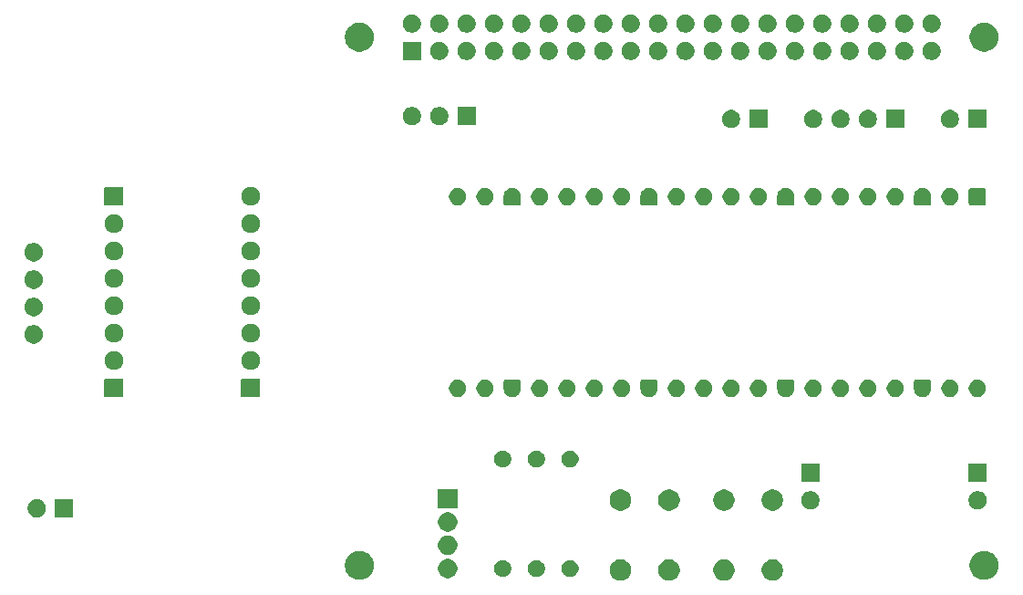
<source format=gbs>
G04 #@! TF.GenerationSoftware,KiCad,Pcbnew,9.0.1-1.fc42*
G04 #@! TF.CreationDate,2025-05-14T23:42:12-05:00*
G04 #@! TF.ProjectId,cerebellum,63657265-6265-46c6-9c75-6d2e6b696361,rev?*
G04 #@! TF.SameCoordinates,Original*
G04 #@! TF.FileFunction,Soldermask,Bot*
G04 #@! TF.FilePolarity,Negative*
%FSLAX46Y46*%
G04 Gerber Fmt 4.6, Leading zero omitted, Abs format (unit mm)*
G04 Created by KiCad (PCBNEW 9.0.1-1.fc42) date 2025-05-14 23:42:12*
%MOMM*%
%LPD*%
G01*
G04 APERTURE LIST*
G04 APERTURE END LIST*
G36*
X128040285Y-95993060D02*
G01*
X128221397Y-96068079D01*
X128384393Y-96176990D01*
X128523010Y-96315607D01*
X128631921Y-96478603D01*
X128706940Y-96659715D01*
X128745185Y-96851983D01*
X128745185Y-97048017D01*
X128706940Y-97240285D01*
X128631921Y-97421397D01*
X128523010Y-97584393D01*
X128384393Y-97723010D01*
X128221397Y-97831921D01*
X128040285Y-97906940D01*
X127848017Y-97945185D01*
X127651983Y-97945185D01*
X127459715Y-97906940D01*
X127278603Y-97831921D01*
X127115607Y-97723010D01*
X126976990Y-97584393D01*
X126868079Y-97421397D01*
X126793060Y-97240285D01*
X126754815Y-97048017D01*
X126754815Y-96851983D01*
X126793060Y-96659715D01*
X126868079Y-96478603D01*
X126976990Y-96315607D01*
X127115607Y-96176990D01*
X127278603Y-96068079D01*
X127459715Y-95993060D01*
X127651983Y-95954815D01*
X127848017Y-95954815D01*
X128040285Y-95993060D01*
G37*
G36*
X132540285Y-95993060D02*
G01*
X132721397Y-96068079D01*
X132884393Y-96176990D01*
X133023010Y-96315607D01*
X133131921Y-96478603D01*
X133206940Y-96659715D01*
X133245185Y-96851983D01*
X133245185Y-97048017D01*
X133206940Y-97240285D01*
X133131921Y-97421397D01*
X133023010Y-97584393D01*
X132884393Y-97723010D01*
X132721397Y-97831921D01*
X132540285Y-97906940D01*
X132348017Y-97945185D01*
X132151983Y-97945185D01*
X131959715Y-97906940D01*
X131778603Y-97831921D01*
X131615607Y-97723010D01*
X131476990Y-97584393D01*
X131368079Y-97421397D01*
X131293060Y-97240285D01*
X131254815Y-97048017D01*
X131254815Y-96851983D01*
X131293060Y-96659715D01*
X131368079Y-96478603D01*
X131476990Y-96315607D01*
X131615607Y-96176990D01*
X131778603Y-96068079D01*
X131959715Y-95993060D01*
X132151983Y-95954815D01*
X132348017Y-95954815D01*
X132540285Y-95993060D01*
G37*
G36*
X137640285Y-95993060D02*
G01*
X137821397Y-96068079D01*
X137984393Y-96176990D01*
X138123010Y-96315607D01*
X138231921Y-96478603D01*
X138306940Y-96659715D01*
X138345185Y-96851983D01*
X138345185Y-97048017D01*
X138306940Y-97240285D01*
X138231921Y-97421397D01*
X138123010Y-97584393D01*
X137984393Y-97723010D01*
X137821397Y-97831921D01*
X137640285Y-97906940D01*
X137448017Y-97945185D01*
X137251983Y-97945185D01*
X137059715Y-97906940D01*
X136878603Y-97831921D01*
X136715607Y-97723010D01*
X136576990Y-97584393D01*
X136468079Y-97421397D01*
X136393060Y-97240285D01*
X136354815Y-97048017D01*
X136354815Y-96851983D01*
X136393060Y-96659715D01*
X136468079Y-96478603D01*
X136576990Y-96315607D01*
X136715607Y-96176990D01*
X136878603Y-96068079D01*
X137059715Y-95993060D01*
X137251983Y-95954815D01*
X137448017Y-95954815D01*
X137640285Y-95993060D01*
G37*
G36*
X142140285Y-95993060D02*
G01*
X142321397Y-96068079D01*
X142484393Y-96176990D01*
X142623010Y-96315607D01*
X142731921Y-96478603D01*
X142806940Y-96659715D01*
X142845185Y-96851983D01*
X142845185Y-97048017D01*
X142806940Y-97240285D01*
X142731921Y-97421397D01*
X142623010Y-97584393D01*
X142484393Y-97723010D01*
X142321397Y-97831921D01*
X142140285Y-97906940D01*
X141948017Y-97945185D01*
X141751983Y-97945185D01*
X141559715Y-97906940D01*
X141378603Y-97831921D01*
X141215607Y-97723010D01*
X141076990Y-97584393D01*
X140968079Y-97421397D01*
X140893060Y-97240285D01*
X140854815Y-97048017D01*
X140854815Y-96851983D01*
X140893060Y-96659715D01*
X140968079Y-96478603D01*
X141076990Y-96315607D01*
X141215607Y-96176990D01*
X141378603Y-96068079D01*
X141559715Y-95993060D01*
X141751983Y-95954815D01*
X141948017Y-95954815D01*
X142140285Y-95993060D01*
G37*
G36*
X103815151Y-95187301D02*
G01*
X104016623Y-95252763D01*
X104205373Y-95348936D01*
X104376755Y-95473452D01*
X104526548Y-95623245D01*
X104651064Y-95794627D01*
X104747237Y-95983377D01*
X104812699Y-96184849D01*
X104845838Y-96394080D01*
X104845838Y-96605920D01*
X104812699Y-96815151D01*
X104747237Y-97016623D01*
X104651064Y-97205373D01*
X104526548Y-97376755D01*
X104376755Y-97526548D01*
X104205373Y-97651064D01*
X104016623Y-97747237D01*
X103815151Y-97812699D01*
X103605920Y-97845838D01*
X103394080Y-97845838D01*
X103184849Y-97812699D01*
X102983377Y-97747237D01*
X102794627Y-97651064D01*
X102623245Y-97526548D01*
X102473452Y-97376755D01*
X102348936Y-97205373D01*
X102252763Y-97016623D01*
X102187301Y-96815151D01*
X102154162Y-96605920D01*
X102154162Y-96394080D01*
X102187301Y-96184849D01*
X102252763Y-95983377D01*
X102348936Y-95794627D01*
X102473452Y-95623245D01*
X102623245Y-95473452D01*
X102794627Y-95348936D01*
X102983377Y-95252763D01*
X103184849Y-95187301D01*
X103394080Y-95154162D01*
X103605920Y-95154162D01*
X103815151Y-95187301D01*
G37*
G36*
X161815151Y-95187301D02*
G01*
X162016623Y-95252763D01*
X162205373Y-95348936D01*
X162376755Y-95473452D01*
X162526548Y-95623245D01*
X162651064Y-95794627D01*
X162747237Y-95983377D01*
X162812699Y-96184849D01*
X162845838Y-96394080D01*
X162845838Y-96605920D01*
X162812699Y-96815151D01*
X162747237Y-97016623D01*
X162651064Y-97205373D01*
X162526548Y-97376755D01*
X162376755Y-97526548D01*
X162205373Y-97651064D01*
X162016623Y-97747237D01*
X161815151Y-97812699D01*
X161605920Y-97845838D01*
X161394080Y-97845838D01*
X161184849Y-97812699D01*
X160983377Y-97747237D01*
X160794627Y-97651064D01*
X160623245Y-97526548D01*
X160473452Y-97376755D01*
X160348936Y-97205373D01*
X160252763Y-97016623D01*
X160187301Y-96815151D01*
X160154162Y-96605920D01*
X160154162Y-96394080D01*
X160187301Y-96184849D01*
X160252763Y-95983377D01*
X160348936Y-95794627D01*
X160473452Y-95623245D01*
X160623245Y-95473452D01*
X160794627Y-95348936D01*
X160983377Y-95252763D01*
X161184849Y-95187301D01*
X161394080Y-95154162D01*
X161605920Y-95154162D01*
X161815151Y-95187301D01*
G37*
G36*
X111961256Y-95938754D02*
G01*
X112124257Y-96006271D01*
X112270954Y-96104291D01*
X112395709Y-96229046D01*
X112493729Y-96375743D01*
X112561246Y-96538744D01*
X112595666Y-96711785D01*
X112595666Y-96888215D01*
X112561246Y-97061256D01*
X112493729Y-97224257D01*
X112395709Y-97370954D01*
X112270954Y-97495709D01*
X112124257Y-97593729D01*
X111961256Y-97661246D01*
X111788215Y-97695666D01*
X111611785Y-97695666D01*
X111438744Y-97661246D01*
X111275743Y-97593729D01*
X111129046Y-97495709D01*
X111004291Y-97370954D01*
X110906271Y-97224257D01*
X110838754Y-97061256D01*
X110804334Y-96888215D01*
X110804334Y-96711785D01*
X110838754Y-96538744D01*
X110906271Y-96375743D01*
X111004291Y-96229046D01*
X111129046Y-96104291D01*
X111275743Y-96006271D01*
X111438744Y-95938754D01*
X111611785Y-95904334D01*
X111788215Y-95904334D01*
X111961256Y-95938754D01*
G37*
G36*
X117032228Y-96034448D02*
G01*
X117177117Y-96094463D01*
X117307515Y-96181592D01*
X117418408Y-96292485D01*
X117505537Y-96422883D01*
X117565552Y-96567772D01*
X117596148Y-96721586D01*
X117596148Y-96878414D01*
X117565552Y-97032228D01*
X117505537Y-97177117D01*
X117418408Y-97307515D01*
X117307515Y-97418408D01*
X117177117Y-97505537D01*
X117032228Y-97565552D01*
X116878414Y-97596148D01*
X116721586Y-97596148D01*
X116567772Y-97565552D01*
X116422883Y-97505537D01*
X116292485Y-97418408D01*
X116181592Y-97307515D01*
X116094463Y-97177117D01*
X116034448Y-97032228D01*
X116003852Y-96878414D01*
X116003852Y-96721586D01*
X116034448Y-96567772D01*
X116094463Y-96422883D01*
X116181592Y-96292485D01*
X116292485Y-96181592D01*
X116422883Y-96094463D01*
X116567772Y-96034448D01*
X116721586Y-96003852D01*
X116878414Y-96003852D01*
X117032228Y-96034448D01*
G37*
G36*
X120157228Y-96034448D02*
G01*
X120302117Y-96094463D01*
X120432515Y-96181592D01*
X120543408Y-96292485D01*
X120630537Y-96422883D01*
X120690552Y-96567772D01*
X120721148Y-96721586D01*
X120721148Y-96878414D01*
X120690552Y-97032228D01*
X120630537Y-97177117D01*
X120543408Y-97307515D01*
X120432515Y-97418408D01*
X120302117Y-97505537D01*
X120157228Y-97565552D01*
X120003414Y-97596148D01*
X119846586Y-97596148D01*
X119692772Y-97565552D01*
X119547883Y-97505537D01*
X119417485Y-97418408D01*
X119306592Y-97307515D01*
X119219463Y-97177117D01*
X119159448Y-97032228D01*
X119128852Y-96878414D01*
X119128852Y-96721586D01*
X119159448Y-96567772D01*
X119219463Y-96422883D01*
X119306592Y-96292485D01*
X119417485Y-96181592D01*
X119547883Y-96094463D01*
X119692772Y-96034448D01*
X119846586Y-96003852D01*
X120003414Y-96003852D01*
X120157228Y-96034448D01*
G37*
G36*
X123282228Y-96034448D02*
G01*
X123427117Y-96094463D01*
X123557515Y-96181592D01*
X123668408Y-96292485D01*
X123755537Y-96422883D01*
X123815552Y-96567772D01*
X123846148Y-96721586D01*
X123846148Y-96878414D01*
X123815552Y-97032228D01*
X123755537Y-97177117D01*
X123668408Y-97307515D01*
X123557515Y-97418408D01*
X123427117Y-97505537D01*
X123282228Y-97565552D01*
X123128414Y-97596148D01*
X122971586Y-97596148D01*
X122817772Y-97565552D01*
X122672883Y-97505537D01*
X122542485Y-97418408D01*
X122431592Y-97307515D01*
X122344463Y-97177117D01*
X122284448Y-97032228D01*
X122253852Y-96878414D01*
X122253852Y-96721586D01*
X122284448Y-96567772D01*
X122344463Y-96422883D01*
X122431592Y-96292485D01*
X122542485Y-96181592D01*
X122672883Y-96094463D01*
X122817772Y-96034448D01*
X122971586Y-96003852D01*
X123128414Y-96003852D01*
X123282228Y-96034448D01*
G37*
G36*
X111961256Y-93779754D02*
G01*
X112124257Y-93847271D01*
X112270954Y-93945291D01*
X112395709Y-94070046D01*
X112493729Y-94216743D01*
X112561246Y-94379744D01*
X112595666Y-94552785D01*
X112595666Y-94729215D01*
X112561246Y-94902256D01*
X112493729Y-95065257D01*
X112395709Y-95211954D01*
X112270954Y-95336709D01*
X112124257Y-95434729D01*
X111961256Y-95502246D01*
X111788215Y-95536666D01*
X111611785Y-95536666D01*
X111438744Y-95502246D01*
X111275743Y-95434729D01*
X111129046Y-95336709D01*
X111004291Y-95211954D01*
X110906271Y-95065257D01*
X110838754Y-94902256D01*
X110804334Y-94729215D01*
X110804334Y-94552785D01*
X110838754Y-94379744D01*
X110906271Y-94216743D01*
X111004291Y-94070046D01*
X111129046Y-93945291D01*
X111275743Y-93847271D01*
X111438744Y-93779754D01*
X111611785Y-93745334D01*
X111788215Y-93745334D01*
X111961256Y-93779754D01*
G37*
G36*
X111961256Y-91620754D02*
G01*
X112124257Y-91688271D01*
X112270954Y-91786291D01*
X112395709Y-91911046D01*
X112493729Y-92057743D01*
X112561246Y-92220744D01*
X112595666Y-92393785D01*
X112595666Y-92570215D01*
X112561246Y-92743256D01*
X112493729Y-92906257D01*
X112395709Y-93052954D01*
X112270954Y-93177709D01*
X112124257Y-93275729D01*
X111961256Y-93343246D01*
X111788215Y-93377666D01*
X111611785Y-93377666D01*
X111438744Y-93343246D01*
X111275743Y-93275729D01*
X111129046Y-93177709D01*
X111004291Y-93052954D01*
X110906271Y-92906257D01*
X110838754Y-92743256D01*
X110804334Y-92570215D01*
X110804334Y-92393785D01*
X110838754Y-92220744D01*
X110906271Y-92057743D01*
X111004291Y-91911046D01*
X111129046Y-91786291D01*
X111275743Y-91688271D01*
X111438744Y-91620754D01*
X111611785Y-91586334D01*
X111788215Y-91586334D01*
X111961256Y-91620754D01*
G37*
G36*
X76925000Y-92065000D02*
G01*
X75225000Y-92065000D01*
X75225000Y-90365000D01*
X76925000Y-90365000D01*
X76925000Y-92065000D01*
G37*
G36*
X73781742Y-90401601D02*
G01*
X73935687Y-90465367D01*
X74074234Y-90557941D01*
X74192059Y-90675766D01*
X74284633Y-90814313D01*
X74348399Y-90968258D01*
X74380907Y-91131685D01*
X74380907Y-91298315D01*
X74348399Y-91461742D01*
X74284633Y-91615687D01*
X74192059Y-91754234D01*
X74074234Y-91872059D01*
X73935687Y-91964633D01*
X73781742Y-92028399D01*
X73618315Y-92060907D01*
X73451685Y-92060907D01*
X73288258Y-92028399D01*
X73134313Y-91964633D01*
X72995766Y-91872059D01*
X72877941Y-91754234D01*
X72785367Y-91615687D01*
X72721601Y-91461742D01*
X72689093Y-91298315D01*
X72689093Y-91131685D01*
X72721601Y-90968258D01*
X72785367Y-90814313D01*
X72877941Y-90675766D01*
X72995766Y-90557941D01*
X73134313Y-90465367D01*
X73288258Y-90401601D01*
X73451685Y-90369093D01*
X73618315Y-90369093D01*
X73781742Y-90401601D01*
G37*
G36*
X128040285Y-89493060D02*
G01*
X128221397Y-89568079D01*
X128384393Y-89676990D01*
X128523010Y-89815607D01*
X128631921Y-89978603D01*
X128706940Y-90159715D01*
X128745185Y-90351983D01*
X128745185Y-90548017D01*
X128706940Y-90740285D01*
X128631921Y-90921397D01*
X128523010Y-91084393D01*
X128384393Y-91223010D01*
X128221397Y-91331921D01*
X128040285Y-91406940D01*
X127848017Y-91445185D01*
X127651983Y-91445185D01*
X127459715Y-91406940D01*
X127278603Y-91331921D01*
X127115607Y-91223010D01*
X126976990Y-91084393D01*
X126868079Y-90921397D01*
X126793060Y-90740285D01*
X126754815Y-90548017D01*
X126754815Y-90351983D01*
X126793060Y-90159715D01*
X126868079Y-89978603D01*
X126976990Y-89815607D01*
X127115607Y-89676990D01*
X127278603Y-89568079D01*
X127459715Y-89493060D01*
X127651983Y-89454815D01*
X127848017Y-89454815D01*
X128040285Y-89493060D01*
G37*
G36*
X132540285Y-89493060D02*
G01*
X132721397Y-89568079D01*
X132884393Y-89676990D01*
X133023010Y-89815607D01*
X133131921Y-89978603D01*
X133206940Y-90159715D01*
X133245185Y-90351983D01*
X133245185Y-90548017D01*
X133206940Y-90740285D01*
X133131921Y-90921397D01*
X133023010Y-91084393D01*
X132884393Y-91223010D01*
X132721397Y-91331921D01*
X132540285Y-91406940D01*
X132348017Y-91445185D01*
X132151983Y-91445185D01*
X131959715Y-91406940D01*
X131778603Y-91331921D01*
X131615607Y-91223010D01*
X131476990Y-91084393D01*
X131368079Y-90921397D01*
X131293060Y-90740285D01*
X131254815Y-90548017D01*
X131254815Y-90351983D01*
X131293060Y-90159715D01*
X131368079Y-89978603D01*
X131476990Y-89815607D01*
X131615607Y-89676990D01*
X131778603Y-89568079D01*
X131959715Y-89493060D01*
X132151983Y-89454815D01*
X132348017Y-89454815D01*
X132540285Y-89493060D01*
G37*
G36*
X137640285Y-89493060D02*
G01*
X137821397Y-89568079D01*
X137984393Y-89676990D01*
X138123010Y-89815607D01*
X138231921Y-89978603D01*
X138306940Y-90159715D01*
X138345185Y-90351983D01*
X138345185Y-90548017D01*
X138306940Y-90740285D01*
X138231921Y-90921397D01*
X138123010Y-91084393D01*
X137984393Y-91223010D01*
X137821397Y-91331921D01*
X137640285Y-91406940D01*
X137448017Y-91445185D01*
X137251983Y-91445185D01*
X137059715Y-91406940D01*
X136878603Y-91331921D01*
X136715607Y-91223010D01*
X136576990Y-91084393D01*
X136468079Y-90921397D01*
X136393060Y-90740285D01*
X136354815Y-90548017D01*
X136354815Y-90351983D01*
X136393060Y-90159715D01*
X136468079Y-89978603D01*
X136576990Y-89815607D01*
X136715607Y-89676990D01*
X136878603Y-89568079D01*
X137059715Y-89493060D01*
X137251983Y-89454815D01*
X137448017Y-89454815D01*
X137640285Y-89493060D01*
G37*
G36*
X142140285Y-89493060D02*
G01*
X142321397Y-89568079D01*
X142484393Y-89676990D01*
X142623010Y-89815607D01*
X142731921Y-89978603D01*
X142806940Y-90159715D01*
X142845185Y-90351983D01*
X142845185Y-90548017D01*
X142806940Y-90740285D01*
X142731921Y-90921397D01*
X142623010Y-91084393D01*
X142484393Y-91223010D01*
X142321397Y-91331921D01*
X142140285Y-91406940D01*
X141948017Y-91445185D01*
X141751983Y-91445185D01*
X141559715Y-91406940D01*
X141378603Y-91331921D01*
X141215607Y-91223010D01*
X141076990Y-91084393D01*
X140968079Y-90921397D01*
X140893060Y-90740285D01*
X140854815Y-90548017D01*
X140854815Y-90351983D01*
X140893060Y-90159715D01*
X140968079Y-89978603D01*
X141076990Y-89815607D01*
X141215607Y-89676990D01*
X141378603Y-89568079D01*
X141559715Y-89493060D01*
X141751983Y-89454815D01*
X141948017Y-89454815D01*
X142140285Y-89493060D01*
G37*
G36*
X145621742Y-89651601D02*
G01*
X145775687Y-89715367D01*
X145914234Y-89807941D01*
X146032059Y-89925766D01*
X146124633Y-90064313D01*
X146188399Y-90218258D01*
X146220907Y-90381685D01*
X146220907Y-90548315D01*
X146188399Y-90711742D01*
X146124633Y-90865687D01*
X146032059Y-91004234D01*
X145914234Y-91122059D01*
X145775687Y-91214633D01*
X145621742Y-91278399D01*
X145458315Y-91310907D01*
X145291685Y-91310907D01*
X145128258Y-91278399D01*
X144974313Y-91214633D01*
X144835766Y-91122059D01*
X144717941Y-91004234D01*
X144625367Y-90865687D01*
X144561601Y-90711742D01*
X144529093Y-90548315D01*
X144529093Y-90381685D01*
X144561601Y-90218258D01*
X144625367Y-90064313D01*
X144717941Y-89925766D01*
X144835766Y-89807941D01*
X144974313Y-89715367D01*
X145128258Y-89651601D01*
X145291685Y-89619093D01*
X145458315Y-89619093D01*
X145621742Y-89651601D01*
G37*
G36*
X161146742Y-89651601D02*
G01*
X161300687Y-89715367D01*
X161439234Y-89807941D01*
X161557059Y-89925766D01*
X161649633Y-90064313D01*
X161713399Y-90218258D01*
X161745907Y-90381685D01*
X161745907Y-90548315D01*
X161713399Y-90711742D01*
X161649633Y-90865687D01*
X161557059Y-91004234D01*
X161439234Y-91122059D01*
X161300687Y-91214633D01*
X161146742Y-91278399D01*
X160983315Y-91310907D01*
X160816685Y-91310907D01*
X160653258Y-91278399D01*
X160499313Y-91214633D01*
X160360766Y-91122059D01*
X160242941Y-91004234D01*
X160150367Y-90865687D01*
X160086601Y-90711742D01*
X160054093Y-90548315D01*
X160054093Y-90381685D01*
X160086601Y-90218258D01*
X160150367Y-90064313D01*
X160242941Y-89925766D01*
X160360766Y-89807941D01*
X160499313Y-89715367D01*
X160653258Y-89651601D01*
X160816685Y-89619093D01*
X160983315Y-89619093D01*
X161146742Y-89651601D01*
G37*
G36*
X112600000Y-91223000D02*
G01*
X110800000Y-91223000D01*
X110800000Y-89423000D01*
X112600000Y-89423000D01*
X112600000Y-91223000D01*
G37*
G36*
X146225000Y-88775000D02*
G01*
X144525000Y-88775000D01*
X144525000Y-87075000D01*
X146225000Y-87075000D01*
X146225000Y-88775000D01*
G37*
G36*
X161750000Y-88775000D02*
G01*
X160050000Y-88775000D01*
X160050000Y-87075000D01*
X161750000Y-87075000D01*
X161750000Y-88775000D01*
G37*
G36*
X117032228Y-85874448D02*
G01*
X117177117Y-85934463D01*
X117307515Y-86021592D01*
X117418408Y-86132485D01*
X117505537Y-86262883D01*
X117565552Y-86407772D01*
X117596148Y-86561586D01*
X117596148Y-86718414D01*
X117565552Y-86872228D01*
X117505537Y-87017117D01*
X117418408Y-87147515D01*
X117307515Y-87258408D01*
X117177117Y-87345537D01*
X117032228Y-87405552D01*
X116878414Y-87436148D01*
X116721586Y-87436148D01*
X116567772Y-87405552D01*
X116422883Y-87345537D01*
X116292485Y-87258408D01*
X116181592Y-87147515D01*
X116094463Y-87017117D01*
X116034448Y-86872228D01*
X116003852Y-86718414D01*
X116003852Y-86561586D01*
X116034448Y-86407772D01*
X116094463Y-86262883D01*
X116181592Y-86132485D01*
X116292485Y-86021592D01*
X116422883Y-85934463D01*
X116567772Y-85874448D01*
X116721586Y-85843852D01*
X116878414Y-85843852D01*
X117032228Y-85874448D01*
G37*
G36*
X120157228Y-85874448D02*
G01*
X120302117Y-85934463D01*
X120432515Y-86021592D01*
X120543408Y-86132485D01*
X120630537Y-86262883D01*
X120690552Y-86407772D01*
X120721148Y-86561586D01*
X120721148Y-86718414D01*
X120690552Y-86872228D01*
X120630537Y-87017117D01*
X120543408Y-87147515D01*
X120432515Y-87258408D01*
X120302117Y-87345537D01*
X120157228Y-87405552D01*
X120003414Y-87436148D01*
X119846586Y-87436148D01*
X119692772Y-87405552D01*
X119547883Y-87345537D01*
X119417485Y-87258408D01*
X119306592Y-87147515D01*
X119219463Y-87017117D01*
X119159448Y-86872228D01*
X119128852Y-86718414D01*
X119128852Y-86561586D01*
X119159448Y-86407772D01*
X119219463Y-86262883D01*
X119306592Y-86132485D01*
X119417485Y-86021592D01*
X119547883Y-85934463D01*
X119692772Y-85874448D01*
X119846586Y-85843852D01*
X120003414Y-85843852D01*
X120157228Y-85874448D01*
G37*
G36*
X123282228Y-85874448D02*
G01*
X123427117Y-85934463D01*
X123557515Y-86021592D01*
X123668408Y-86132485D01*
X123755537Y-86262883D01*
X123815552Y-86407772D01*
X123846148Y-86561586D01*
X123846148Y-86718414D01*
X123815552Y-86872228D01*
X123755537Y-87017117D01*
X123668408Y-87147515D01*
X123557515Y-87258408D01*
X123427117Y-87345537D01*
X123282228Y-87405552D01*
X123128414Y-87436148D01*
X122971586Y-87436148D01*
X122817772Y-87405552D01*
X122672883Y-87345537D01*
X122542485Y-87258408D01*
X122431592Y-87147515D01*
X122344463Y-87017117D01*
X122284448Y-86872228D01*
X122253852Y-86718414D01*
X122253852Y-86561586D01*
X122284448Y-86407772D01*
X122344463Y-86262883D01*
X122431592Y-86132485D01*
X122542485Y-86021592D01*
X122672883Y-85934463D01*
X122817772Y-85874448D01*
X122971586Y-85843852D01*
X123128414Y-85843852D01*
X123282228Y-85874448D01*
G37*
G36*
X81519034Y-79165764D02*
G01*
X81552125Y-79187875D01*
X81574236Y-79220966D01*
X81582000Y-79260000D01*
X81582000Y-80820000D01*
X81574236Y-80859034D01*
X81552125Y-80892125D01*
X81519034Y-80914236D01*
X81480000Y-80922000D01*
X79920000Y-80922000D01*
X79880966Y-80914236D01*
X79847875Y-80892125D01*
X79825764Y-80859034D01*
X79818000Y-80820000D01*
X79818000Y-79260000D01*
X79825764Y-79220966D01*
X79847875Y-79187875D01*
X79880966Y-79165764D01*
X79920000Y-79158000D01*
X81480000Y-79158000D01*
X81519034Y-79165764D01*
G37*
G36*
X94219034Y-79165764D02*
G01*
X94252125Y-79187875D01*
X94274236Y-79220966D01*
X94282000Y-79260000D01*
X94282000Y-80820000D01*
X94274236Y-80859034D01*
X94252125Y-80892125D01*
X94219034Y-80914236D01*
X94180000Y-80922000D01*
X92620000Y-80922000D01*
X92580966Y-80914236D01*
X92547875Y-80892125D01*
X92525764Y-80859034D01*
X92518000Y-80820000D01*
X92518000Y-79260000D01*
X92525764Y-79220966D01*
X92547875Y-79187875D01*
X92580966Y-79165764D01*
X92620000Y-79158000D01*
X94180000Y-79158000D01*
X94219034Y-79165764D01*
G37*
G36*
X118298536Y-79276464D02*
G01*
X118300915Y-79278843D01*
X118329015Y-79278843D01*
X118334018Y-79278843D01*
X118335931Y-79279224D01*
X118340549Y-79281137D01*
X118340554Y-79281138D01*
X118403404Y-79307171D01*
X118403408Y-79307173D01*
X118408027Y-79309087D01*
X118409650Y-79310170D01*
X118464830Y-79365350D01*
X118465913Y-79366973D01*
X118467826Y-79371592D01*
X118467828Y-79371595D01*
X118469105Y-79374679D01*
X118495776Y-79439069D01*
X118496157Y-79440982D01*
X118496157Y-79474085D01*
X118498536Y-79476464D01*
X118500000Y-79480000D01*
X118500000Y-80080000D01*
X118498536Y-80083536D01*
X118496148Y-80084524D01*
X118496148Y-80158414D01*
X118496052Y-80159389D01*
X118465456Y-80313203D01*
X118465171Y-80314141D01*
X118464217Y-80316443D01*
X118464215Y-80316451D01*
X118406115Y-80456717D01*
X118406110Y-80456724D01*
X118405156Y-80459030D01*
X118404694Y-80459895D01*
X118317565Y-80590293D01*
X118316944Y-80591051D01*
X118206051Y-80701944D01*
X118205293Y-80702565D01*
X118074895Y-80789694D01*
X118074030Y-80790156D01*
X118071724Y-80791110D01*
X118071717Y-80791115D01*
X117931451Y-80849215D01*
X117931443Y-80849217D01*
X117929141Y-80850171D01*
X117928203Y-80850456D01*
X117774389Y-80881052D01*
X117773414Y-80881148D01*
X117770924Y-80881148D01*
X117619076Y-80881148D01*
X117616586Y-80881148D01*
X117615611Y-80881052D01*
X117461797Y-80850456D01*
X117460859Y-80850171D01*
X117458559Y-80849218D01*
X117458548Y-80849215D01*
X117318282Y-80791115D01*
X117318270Y-80791109D01*
X117315970Y-80790156D01*
X117315105Y-80789694D01*
X117279463Y-80765879D01*
X117186785Y-80703954D01*
X117186781Y-80703951D01*
X117184707Y-80702565D01*
X117183949Y-80701944D01*
X117073056Y-80591051D01*
X117072435Y-80590293D01*
X117071049Y-80588219D01*
X117071045Y-80588214D01*
X116986695Y-80461974D01*
X116986694Y-80461972D01*
X116985306Y-80459895D01*
X116984844Y-80459030D01*
X116983892Y-80456732D01*
X116983884Y-80456717D01*
X116925784Y-80316451D01*
X116925778Y-80316434D01*
X116924829Y-80314141D01*
X116924544Y-80313203D01*
X116917927Y-80279942D01*
X116894433Y-80161830D01*
X116894432Y-80161824D01*
X116893948Y-80159389D01*
X116893852Y-80158414D01*
X116893852Y-80084524D01*
X116891464Y-80083536D01*
X116890000Y-80080000D01*
X116890000Y-79480000D01*
X116891464Y-79476464D01*
X116893843Y-79474085D01*
X116893843Y-79440982D01*
X116894224Y-79439069D01*
X116896136Y-79434451D01*
X116896138Y-79434445D01*
X116922171Y-79371595D01*
X116922174Y-79371589D01*
X116924087Y-79366973D01*
X116925170Y-79365350D01*
X116928706Y-79361813D01*
X116928709Y-79361810D01*
X116976810Y-79313709D01*
X116976813Y-79313706D01*
X116980350Y-79310170D01*
X116981973Y-79309087D01*
X116986589Y-79307174D01*
X116986595Y-79307171D01*
X117049445Y-79281138D01*
X117049451Y-79281136D01*
X117054069Y-79279224D01*
X117055982Y-79278843D01*
X117089085Y-79278843D01*
X117091464Y-79276464D01*
X117095000Y-79275000D01*
X118295000Y-79275000D01*
X118298536Y-79276464D01*
G37*
G36*
X130998536Y-79276464D02*
G01*
X131000915Y-79278843D01*
X131029015Y-79278843D01*
X131034018Y-79278843D01*
X131035931Y-79279224D01*
X131040549Y-79281137D01*
X131040554Y-79281138D01*
X131103404Y-79307171D01*
X131103408Y-79307173D01*
X131108027Y-79309087D01*
X131109650Y-79310170D01*
X131164830Y-79365350D01*
X131165913Y-79366973D01*
X131167826Y-79371592D01*
X131167828Y-79371595D01*
X131169105Y-79374679D01*
X131195776Y-79439069D01*
X131196157Y-79440982D01*
X131196157Y-79474085D01*
X131198536Y-79476464D01*
X131200000Y-79480000D01*
X131200000Y-80080000D01*
X131198536Y-80083536D01*
X131196148Y-80084524D01*
X131196148Y-80158414D01*
X131196052Y-80159389D01*
X131165456Y-80313203D01*
X131165171Y-80314141D01*
X131164217Y-80316443D01*
X131164215Y-80316451D01*
X131106115Y-80456717D01*
X131106110Y-80456724D01*
X131105156Y-80459030D01*
X131104694Y-80459895D01*
X131017565Y-80590293D01*
X131016944Y-80591051D01*
X130906051Y-80701944D01*
X130905293Y-80702565D01*
X130774895Y-80789694D01*
X130774030Y-80790156D01*
X130771724Y-80791110D01*
X130771717Y-80791115D01*
X130631451Y-80849215D01*
X130631443Y-80849217D01*
X130629141Y-80850171D01*
X130628203Y-80850456D01*
X130474389Y-80881052D01*
X130473414Y-80881148D01*
X130470924Y-80881148D01*
X130319076Y-80881148D01*
X130316586Y-80881148D01*
X130315611Y-80881052D01*
X130161797Y-80850456D01*
X130160859Y-80850171D01*
X130158559Y-80849218D01*
X130158548Y-80849215D01*
X130018282Y-80791115D01*
X130018270Y-80791109D01*
X130015970Y-80790156D01*
X130015105Y-80789694D01*
X129979463Y-80765879D01*
X129886785Y-80703954D01*
X129886781Y-80703951D01*
X129884707Y-80702565D01*
X129883949Y-80701944D01*
X129773056Y-80591051D01*
X129772435Y-80590293D01*
X129771049Y-80588219D01*
X129771045Y-80588214D01*
X129686695Y-80461974D01*
X129686694Y-80461972D01*
X129685306Y-80459895D01*
X129684844Y-80459030D01*
X129683892Y-80456732D01*
X129683884Y-80456717D01*
X129625784Y-80316451D01*
X129625778Y-80316434D01*
X129624829Y-80314141D01*
X129624544Y-80313203D01*
X129617927Y-80279942D01*
X129594433Y-80161830D01*
X129594432Y-80161824D01*
X129593948Y-80159389D01*
X129593852Y-80158414D01*
X129593852Y-80084524D01*
X129591464Y-80083536D01*
X129590000Y-80080000D01*
X129590000Y-79480000D01*
X129591464Y-79476464D01*
X129593843Y-79474085D01*
X129593843Y-79440982D01*
X129594224Y-79439069D01*
X129596136Y-79434451D01*
X129596138Y-79434445D01*
X129622171Y-79371595D01*
X129622174Y-79371589D01*
X129624087Y-79366973D01*
X129625170Y-79365350D01*
X129628706Y-79361813D01*
X129628709Y-79361810D01*
X129676810Y-79313709D01*
X129676813Y-79313706D01*
X129680350Y-79310170D01*
X129681973Y-79309087D01*
X129686589Y-79307174D01*
X129686595Y-79307171D01*
X129749445Y-79281138D01*
X129749451Y-79281136D01*
X129754069Y-79279224D01*
X129755982Y-79278843D01*
X129789085Y-79278843D01*
X129791464Y-79276464D01*
X129795000Y-79275000D01*
X130995000Y-79275000D01*
X130998536Y-79276464D01*
G37*
G36*
X143698536Y-79276464D02*
G01*
X143700915Y-79278843D01*
X143729015Y-79278843D01*
X143734018Y-79278843D01*
X143735931Y-79279224D01*
X143740549Y-79281137D01*
X143740554Y-79281138D01*
X143803404Y-79307171D01*
X143803408Y-79307173D01*
X143808027Y-79309087D01*
X143809650Y-79310170D01*
X143864830Y-79365350D01*
X143865913Y-79366973D01*
X143867826Y-79371592D01*
X143867828Y-79371595D01*
X143869105Y-79374679D01*
X143895776Y-79439069D01*
X143896157Y-79440982D01*
X143896157Y-79474085D01*
X143898536Y-79476464D01*
X143900000Y-79480000D01*
X143900000Y-80080000D01*
X143898536Y-80083536D01*
X143896148Y-80084524D01*
X143896148Y-80158414D01*
X143896052Y-80159389D01*
X143865456Y-80313203D01*
X143865171Y-80314141D01*
X143864217Y-80316443D01*
X143864215Y-80316451D01*
X143806115Y-80456717D01*
X143806110Y-80456724D01*
X143805156Y-80459030D01*
X143804694Y-80459895D01*
X143717565Y-80590293D01*
X143716944Y-80591051D01*
X143606051Y-80701944D01*
X143605293Y-80702565D01*
X143474895Y-80789694D01*
X143474030Y-80790156D01*
X143471724Y-80791110D01*
X143471717Y-80791115D01*
X143331451Y-80849215D01*
X143331443Y-80849217D01*
X143329141Y-80850171D01*
X143328203Y-80850456D01*
X143174389Y-80881052D01*
X143173414Y-80881148D01*
X143170924Y-80881148D01*
X143019076Y-80881148D01*
X143016586Y-80881148D01*
X143015611Y-80881052D01*
X142861797Y-80850456D01*
X142860859Y-80850171D01*
X142858559Y-80849218D01*
X142858548Y-80849215D01*
X142718282Y-80791115D01*
X142718270Y-80791109D01*
X142715970Y-80790156D01*
X142715105Y-80789694D01*
X142679463Y-80765879D01*
X142586785Y-80703954D01*
X142586781Y-80703951D01*
X142584707Y-80702565D01*
X142583949Y-80701944D01*
X142473056Y-80591051D01*
X142472435Y-80590293D01*
X142471049Y-80588219D01*
X142471045Y-80588214D01*
X142386695Y-80461974D01*
X142386694Y-80461972D01*
X142385306Y-80459895D01*
X142384844Y-80459030D01*
X142383892Y-80456732D01*
X142383884Y-80456717D01*
X142325784Y-80316451D01*
X142325778Y-80316434D01*
X142324829Y-80314141D01*
X142324544Y-80313203D01*
X142317927Y-80279942D01*
X142294433Y-80161830D01*
X142294432Y-80161824D01*
X142293948Y-80159389D01*
X142293852Y-80158414D01*
X142293852Y-80084524D01*
X142291464Y-80083536D01*
X142290000Y-80080000D01*
X142290000Y-79480000D01*
X142291464Y-79476464D01*
X142293843Y-79474085D01*
X142293843Y-79440982D01*
X142294224Y-79439069D01*
X142296136Y-79434451D01*
X142296138Y-79434445D01*
X142322171Y-79371595D01*
X142322174Y-79371589D01*
X142324087Y-79366973D01*
X142325170Y-79365350D01*
X142328706Y-79361813D01*
X142328709Y-79361810D01*
X142376810Y-79313709D01*
X142376813Y-79313706D01*
X142380350Y-79310170D01*
X142381973Y-79309087D01*
X142386589Y-79307174D01*
X142386595Y-79307171D01*
X142449445Y-79281138D01*
X142449451Y-79281136D01*
X142454069Y-79279224D01*
X142455982Y-79278843D01*
X142489085Y-79278843D01*
X142491464Y-79276464D01*
X142495000Y-79275000D01*
X143695000Y-79275000D01*
X143698536Y-79276464D01*
G37*
G36*
X156398536Y-79276464D02*
G01*
X156400915Y-79278843D01*
X156429015Y-79278843D01*
X156434018Y-79278843D01*
X156435931Y-79279224D01*
X156440549Y-79281137D01*
X156440554Y-79281138D01*
X156503404Y-79307171D01*
X156503408Y-79307173D01*
X156508027Y-79309087D01*
X156509650Y-79310170D01*
X156564830Y-79365350D01*
X156565913Y-79366973D01*
X156567826Y-79371592D01*
X156567828Y-79371595D01*
X156569105Y-79374679D01*
X156595776Y-79439069D01*
X156596157Y-79440982D01*
X156596157Y-79474085D01*
X156598536Y-79476464D01*
X156600000Y-79480000D01*
X156600000Y-80080000D01*
X156598536Y-80083536D01*
X156596148Y-80084524D01*
X156596148Y-80158414D01*
X156596052Y-80159389D01*
X156565456Y-80313203D01*
X156565171Y-80314141D01*
X156564217Y-80316443D01*
X156564215Y-80316451D01*
X156506115Y-80456717D01*
X156506110Y-80456724D01*
X156505156Y-80459030D01*
X156504694Y-80459895D01*
X156417565Y-80590293D01*
X156416944Y-80591051D01*
X156306051Y-80701944D01*
X156305293Y-80702565D01*
X156174895Y-80789694D01*
X156174030Y-80790156D01*
X156171724Y-80791110D01*
X156171717Y-80791115D01*
X156031451Y-80849215D01*
X156031443Y-80849217D01*
X156029141Y-80850171D01*
X156028203Y-80850456D01*
X155874389Y-80881052D01*
X155873414Y-80881148D01*
X155870924Y-80881148D01*
X155719076Y-80881148D01*
X155716586Y-80881148D01*
X155715611Y-80881052D01*
X155561797Y-80850456D01*
X155560859Y-80850171D01*
X155558559Y-80849218D01*
X155558548Y-80849215D01*
X155418282Y-80791115D01*
X155418270Y-80791109D01*
X155415970Y-80790156D01*
X155415105Y-80789694D01*
X155379463Y-80765879D01*
X155286785Y-80703954D01*
X155286781Y-80703951D01*
X155284707Y-80702565D01*
X155283949Y-80701944D01*
X155173056Y-80591051D01*
X155172435Y-80590293D01*
X155171049Y-80588219D01*
X155171045Y-80588214D01*
X155086695Y-80461974D01*
X155086694Y-80461972D01*
X155085306Y-80459895D01*
X155084844Y-80459030D01*
X155083892Y-80456732D01*
X155083884Y-80456717D01*
X155025784Y-80316451D01*
X155025778Y-80316434D01*
X155024829Y-80314141D01*
X155024544Y-80313203D01*
X155017927Y-80279942D01*
X154994433Y-80161830D01*
X154994432Y-80161824D01*
X154993948Y-80159389D01*
X154993852Y-80158414D01*
X154993852Y-80084524D01*
X154991464Y-80083536D01*
X154990000Y-80080000D01*
X154990000Y-79480000D01*
X154991464Y-79476464D01*
X154993843Y-79474085D01*
X154993843Y-79440982D01*
X154994224Y-79439069D01*
X154996136Y-79434451D01*
X154996138Y-79434445D01*
X155022171Y-79371595D01*
X155022174Y-79371589D01*
X155024087Y-79366973D01*
X155025170Y-79365350D01*
X155028706Y-79361813D01*
X155028709Y-79361810D01*
X155076810Y-79313709D01*
X155076813Y-79313706D01*
X155080350Y-79310170D01*
X155081973Y-79309087D01*
X155086589Y-79307174D01*
X155086595Y-79307171D01*
X155149445Y-79281138D01*
X155149451Y-79281136D01*
X155154069Y-79279224D01*
X155155982Y-79278843D01*
X155189085Y-79278843D01*
X155191464Y-79276464D01*
X155195000Y-79275000D01*
X156395000Y-79275000D01*
X156398536Y-79276464D01*
G37*
G36*
X112847228Y-79314448D02*
G01*
X112992117Y-79374463D01*
X113122515Y-79461592D01*
X113233408Y-79572485D01*
X113320537Y-79702883D01*
X113380552Y-79847772D01*
X113411148Y-80001586D01*
X113411148Y-80158414D01*
X113380552Y-80312228D01*
X113320537Y-80457117D01*
X113233408Y-80587515D01*
X113122515Y-80698408D01*
X112992117Y-80785537D01*
X112847228Y-80845552D01*
X112693414Y-80876148D01*
X112536586Y-80876148D01*
X112382772Y-80845552D01*
X112237883Y-80785537D01*
X112107485Y-80698408D01*
X111996592Y-80587515D01*
X111909463Y-80457117D01*
X111849448Y-80312228D01*
X111818852Y-80158414D01*
X111818852Y-80001586D01*
X111849448Y-79847772D01*
X111909463Y-79702883D01*
X111996592Y-79572485D01*
X112107485Y-79461592D01*
X112237883Y-79374463D01*
X112382772Y-79314448D01*
X112536586Y-79283852D01*
X112693414Y-79283852D01*
X112847228Y-79314448D01*
G37*
G36*
X115387228Y-79314448D02*
G01*
X115532117Y-79374463D01*
X115662515Y-79461592D01*
X115773408Y-79572485D01*
X115860537Y-79702883D01*
X115920552Y-79847772D01*
X115951148Y-80001586D01*
X115951148Y-80158414D01*
X115920552Y-80312228D01*
X115860537Y-80457117D01*
X115773408Y-80587515D01*
X115662515Y-80698408D01*
X115532117Y-80785537D01*
X115387228Y-80845552D01*
X115233414Y-80876148D01*
X115076586Y-80876148D01*
X114922772Y-80845552D01*
X114777883Y-80785537D01*
X114647485Y-80698408D01*
X114536592Y-80587515D01*
X114449463Y-80457117D01*
X114389448Y-80312228D01*
X114358852Y-80158414D01*
X114358852Y-80001586D01*
X114389448Y-79847772D01*
X114449463Y-79702883D01*
X114536592Y-79572485D01*
X114647485Y-79461592D01*
X114777883Y-79374463D01*
X114922772Y-79314448D01*
X115076586Y-79283852D01*
X115233414Y-79283852D01*
X115387228Y-79314448D01*
G37*
G36*
X120467228Y-79314448D02*
G01*
X120612117Y-79374463D01*
X120742515Y-79461592D01*
X120853408Y-79572485D01*
X120940537Y-79702883D01*
X121000552Y-79847772D01*
X121031148Y-80001586D01*
X121031148Y-80158414D01*
X121000552Y-80312228D01*
X120940537Y-80457117D01*
X120853408Y-80587515D01*
X120742515Y-80698408D01*
X120612117Y-80785537D01*
X120467228Y-80845552D01*
X120313414Y-80876148D01*
X120156586Y-80876148D01*
X120002772Y-80845552D01*
X119857883Y-80785537D01*
X119727485Y-80698408D01*
X119616592Y-80587515D01*
X119529463Y-80457117D01*
X119469448Y-80312228D01*
X119438852Y-80158414D01*
X119438852Y-80001586D01*
X119469448Y-79847772D01*
X119529463Y-79702883D01*
X119616592Y-79572485D01*
X119727485Y-79461592D01*
X119857883Y-79374463D01*
X120002772Y-79314448D01*
X120156586Y-79283852D01*
X120313414Y-79283852D01*
X120467228Y-79314448D01*
G37*
G36*
X123007228Y-79314448D02*
G01*
X123152117Y-79374463D01*
X123282515Y-79461592D01*
X123393408Y-79572485D01*
X123480537Y-79702883D01*
X123540552Y-79847772D01*
X123571148Y-80001586D01*
X123571148Y-80158414D01*
X123540552Y-80312228D01*
X123480537Y-80457117D01*
X123393408Y-80587515D01*
X123282515Y-80698408D01*
X123152117Y-80785537D01*
X123007228Y-80845552D01*
X122853414Y-80876148D01*
X122696586Y-80876148D01*
X122542772Y-80845552D01*
X122397883Y-80785537D01*
X122267485Y-80698408D01*
X122156592Y-80587515D01*
X122069463Y-80457117D01*
X122009448Y-80312228D01*
X121978852Y-80158414D01*
X121978852Y-80001586D01*
X122009448Y-79847772D01*
X122069463Y-79702883D01*
X122156592Y-79572485D01*
X122267485Y-79461592D01*
X122397883Y-79374463D01*
X122542772Y-79314448D01*
X122696586Y-79283852D01*
X122853414Y-79283852D01*
X123007228Y-79314448D01*
G37*
G36*
X125547228Y-79314448D02*
G01*
X125692117Y-79374463D01*
X125822515Y-79461592D01*
X125933408Y-79572485D01*
X126020537Y-79702883D01*
X126080552Y-79847772D01*
X126111148Y-80001586D01*
X126111148Y-80158414D01*
X126080552Y-80312228D01*
X126020537Y-80457117D01*
X125933408Y-80587515D01*
X125822515Y-80698408D01*
X125692117Y-80785537D01*
X125547228Y-80845552D01*
X125393414Y-80876148D01*
X125236586Y-80876148D01*
X125082772Y-80845552D01*
X124937883Y-80785537D01*
X124807485Y-80698408D01*
X124696592Y-80587515D01*
X124609463Y-80457117D01*
X124549448Y-80312228D01*
X124518852Y-80158414D01*
X124518852Y-80001586D01*
X124549448Y-79847772D01*
X124609463Y-79702883D01*
X124696592Y-79572485D01*
X124807485Y-79461592D01*
X124937883Y-79374463D01*
X125082772Y-79314448D01*
X125236586Y-79283852D01*
X125393414Y-79283852D01*
X125547228Y-79314448D01*
G37*
G36*
X128087228Y-79314448D02*
G01*
X128232117Y-79374463D01*
X128362515Y-79461592D01*
X128473408Y-79572485D01*
X128560537Y-79702883D01*
X128620552Y-79847772D01*
X128651148Y-80001586D01*
X128651148Y-80158414D01*
X128620552Y-80312228D01*
X128560537Y-80457117D01*
X128473408Y-80587515D01*
X128362515Y-80698408D01*
X128232117Y-80785537D01*
X128087228Y-80845552D01*
X127933414Y-80876148D01*
X127776586Y-80876148D01*
X127622772Y-80845552D01*
X127477883Y-80785537D01*
X127347485Y-80698408D01*
X127236592Y-80587515D01*
X127149463Y-80457117D01*
X127089448Y-80312228D01*
X127058852Y-80158414D01*
X127058852Y-80001586D01*
X127089448Y-79847772D01*
X127149463Y-79702883D01*
X127236592Y-79572485D01*
X127347485Y-79461592D01*
X127477883Y-79374463D01*
X127622772Y-79314448D01*
X127776586Y-79283852D01*
X127933414Y-79283852D01*
X128087228Y-79314448D01*
G37*
G36*
X133167228Y-79314448D02*
G01*
X133312117Y-79374463D01*
X133442515Y-79461592D01*
X133553408Y-79572485D01*
X133640537Y-79702883D01*
X133700552Y-79847772D01*
X133731148Y-80001586D01*
X133731148Y-80158414D01*
X133700552Y-80312228D01*
X133640537Y-80457117D01*
X133553408Y-80587515D01*
X133442515Y-80698408D01*
X133312117Y-80785537D01*
X133167228Y-80845552D01*
X133013414Y-80876148D01*
X132856586Y-80876148D01*
X132702772Y-80845552D01*
X132557883Y-80785537D01*
X132427485Y-80698408D01*
X132316592Y-80587515D01*
X132229463Y-80457117D01*
X132169448Y-80312228D01*
X132138852Y-80158414D01*
X132138852Y-80001586D01*
X132169448Y-79847772D01*
X132229463Y-79702883D01*
X132316592Y-79572485D01*
X132427485Y-79461592D01*
X132557883Y-79374463D01*
X132702772Y-79314448D01*
X132856586Y-79283852D01*
X133013414Y-79283852D01*
X133167228Y-79314448D01*
G37*
G36*
X135707228Y-79314448D02*
G01*
X135852117Y-79374463D01*
X135982515Y-79461592D01*
X136093408Y-79572485D01*
X136180537Y-79702883D01*
X136240552Y-79847772D01*
X136271148Y-80001586D01*
X136271148Y-80158414D01*
X136240552Y-80312228D01*
X136180537Y-80457117D01*
X136093408Y-80587515D01*
X135982515Y-80698408D01*
X135852117Y-80785537D01*
X135707228Y-80845552D01*
X135553414Y-80876148D01*
X135396586Y-80876148D01*
X135242772Y-80845552D01*
X135097883Y-80785537D01*
X134967485Y-80698408D01*
X134856592Y-80587515D01*
X134769463Y-80457117D01*
X134709448Y-80312228D01*
X134678852Y-80158414D01*
X134678852Y-80001586D01*
X134709448Y-79847772D01*
X134769463Y-79702883D01*
X134856592Y-79572485D01*
X134967485Y-79461592D01*
X135097883Y-79374463D01*
X135242772Y-79314448D01*
X135396586Y-79283852D01*
X135553414Y-79283852D01*
X135707228Y-79314448D01*
G37*
G36*
X138247228Y-79314448D02*
G01*
X138392117Y-79374463D01*
X138522515Y-79461592D01*
X138633408Y-79572485D01*
X138720537Y-79702883D01*
X138780552Y-79847772D01*
X138811148Y-80001586D01*
X138811148Y-80158414D01*
X138780552Y-80312228D01*
X138720537Y-80457117D01*
X138633408Y-80587515D01*
X138522515Y-80698408D01*
X138392117Y-80785537D01*
X138247228Y-80845552D01*
X138093414Y-80876148D01*
X137936586Y-80876148D01*
X137782772Y-80845552D01*
X137637883Y-80785537D01*
X137507485Y-80698408D01*
X137396592Y-80587515D01*
X137309463Y-80457117D01*
X137249448Y-80312228D01*
X137218852Y-80158414D01*
X137218852Y-80001586D01*
X137249448Y-79847772D01*
X137309463Y-79702883D01*
X137396592Y-79572485D01*
X137507485Y-79461592D01*
X137637883Y-79374463D01*
X137782772Y-79314448D01*
X137936586Y-79283852D01*
X138093414Y-79283852D01*
X138247228Y-79314448D01*
G37*
G36*
X140787228Y-79314448D02*
G01*
X140932117Y-79374463D01*
X141062515Y-79461592D01*
X141173408Y-79572485D01*
X141260537Y-79702883D01*
X141320552Y-79847772D01*
X141351148Y-80001586D01*
X141351148Y-80158414D01*
X141320552Y-80312228D01*
X141260537Y-80457117D01*
X141173408Y-80587515D01*
X141062515Y-80698408D01*
X140932117Y-80785537D01*
X140787228Y-80845552D01*
X140633414Y-80876148D01*
X140476586Y-80876148D01*
X140322772Y-80845552D01*
X140177883Y-80785537D01*
X140047485Y-80698408D01*
X139936592Y-80587515D01*
X139849463Y-80457117D01*
X139789448Y-80312228D01*
X139758852Y-80158414D01*
X139758852Y-80001586D01*
X139789448Y-79847772D01*
X139849463Y-79702883D01*
X139936592Y-79572485D01*
X140047485Y-79461592D01*
X140177883Y-79374463D01*
X140322772Y-79314448D01*
X140476586Y-79283852D01*
X140633414Y-79283852D01*
X140787228Y-79314448D01*
G37*
G36*
X145867228Y-79314448D02*
G01*
X146012117Y-79374463D01*
X146142515Y-79461592D01*
X146253408Y-79572485D01*
X146340537Y-79702883D01*
X146400552Y-79847772D01*
X146431148Y-80001586D01*
X146431148Y-80158414D01*
X146400552Y-80312228D01*
X146340537Y-80457117D01*
X146253408Y-80587515D01*
X146142515Y-80698408D01*
X146012117Y-80785537D01*
X145867228Y-80845552D01*
X145713414Y-80876148D01*
X145556586Y-80876148D01*
X145402772Y-80845552D01*
X145257883Y-80785537D01*
X145127485Y-80698408D01*
X145016592Y-80587515D01*
X144929463Y-80457117D01*
X144869448Y-80312228D01*
X144838852Y-80158414D01*
X144838852Y-80001586D01*
X144869448Y-79847772D01*
X144929463Y-79702883D01*
X145016592Y-79572485D01*
X145127485Y-79461592D01*
X145257883Y-79374463D01*
X145402772Y-79314448D01*
X145556586Y-79283852D01*
X145713414Y-79283852D01*
X145867228Y-79314448D01*
G37*
G36*
X148407228Y-79314448D02*
G01*
X148552117Y-79374463D01*
X148682515Y-79461592D01*
X148793408Y-79572485D01*
X148880537Y-79702883D01*
X148940552Y-79847772D01*
X148971148Y-80001586D01*
X148971148Y-80158414D01*
X148940552Y-80312228D01*
X148880537Y-80457117D01*
X148793408Y-80587515D01*
X148682515Y-80698408D01*
X148552117Y-80785537D01*
X148407228Y-80845552D01*
X148253414Y-80876148D01*
X148096586Y-80876148D01*
X147942772Y-80845552D01*
X147797883Y-80785537D01*
X147667485Y-80698408D01*
X147556592Y-80587515D01*
X147469463Y-80457117D01*
X147409448Y-80312228D01*
X147378852Y-80158414D01*
X147378852Y-80001586D01*
X147409448Y-79847772D01*
X147469463Y-79702883D01*
X147556592Y-79572485D01*
X147667485Y-79461592D01*
X147797883Y-79374463D01*
X147942772Y-79314448D01*
X148096586Y-79283852D01*
X148253414Y-79283852D01*
X148407228Y-79314448D01*
G37*
G36*
X150947228Y-79314448D02*
G01*
X151092117Y-79374463D01*
X151222515Y-79461592D01*
X151333408Y-79572485D01*
X151420537Y-79702883D01*
X151480552Y-79847772D01*
X151511148Y-80001586D01*
X151511148Y-80158414D01*
X151480552Y-80312228D01*
X151420537Y-80457117D01*
X151333408Y-80587515D01*
X151222515Y-80698408D01*
X151092117Y-80785537D01*
X150947228Y-80845552D01*
X150793414Y-80876148D01*
X150636586Y-80876148D01*
X150482772Y-80845552D01*
X150337883Y-80785537D01*
X150207485Y-80698408D01*
X150096592Y-80587515D01*
X150009463Y-80457117D01*
X149949448Y-80312228D01*
X149918852Y-80158414D01*
X149918852Y-80001586D01*
X149949448Y-79847772D01*
X150009463Y-79702883D01*
X150096592Y-79572485D01*
X150207485Y-79461592D01*
X150337883Y-79374463D01*
X150482772Y-79314448D01*
X150636586Y-79283852D01*
X150793414Y-79283852D01*
X150947228Y-79314448D01*
G37*
G36*
X153487228Y-79314448D02*
G01*
X153632117Y-79374463D01*
X153762515Y-79461592D01*
X153873408Y-79572485D01*
X153960537Y-79702883D01*
X154020552Y-79847772D01*
X154051148Y-80001586D01*
X154051148Y-80158414D01*
X154020552Y-80312228D01*
X153960537Y-80457117D01*
X153873408Y-80587515D01*
X153762515Y-80698408D01*
X153632117Y-80785537D01*
X153487228Y-80845552D01*
X153333414Y-80876148D01*
X153176586Y-80876148D01*
X153022772Y-80845552D01*
X152877883Y-80785537D01*
X152747485Y-80698408D01*
X152636592Y-80587515D01*
X152549463Y-80457117D01*
X152489448Y-80312228D01*
X152458852Y-80158414D01*
X152458852Y-80001586D01*
X152489448Y-79847772D01*
X152549463Y-79702883D01*
X152636592Y-79572485D01*
X152747485Y-79461592D01*
X152877883Y-79374463D01*
X153022772Y-79314448D01*
X153176586Y-79283852D01*
X153333414Y-79283852D01*
X153487228Y-79314448D01*
G37*
G36*
X158567228Y-79314448D02*
G01*
X158712117Y-79374463D01*
X158842515Y-79461592D01*
X158953408Y-79572485D01*
X159040537Y-79702883D01*
X159100552Y-79847772D01*
X159131148Y-80001586D01*
X159131148Y-80158414D01*
X159100552Y-80312228D01*
X159040537Y-80457117D01*
X158953408Y-80587515D01*
X158842515Y-80698408D01*
X158712117Y-80785537D01*
X158567228Y-80845552D01*
X158413414Y-80876148D01*
X158256586Y-80876148D01*
X158102772Y-80845552D01*
X157957883Y-80785537D01*
X157827485Y-80698408D01*
X157716592Y-80587515D01*
X157629463Y-80457117D01*
X157569448Y-80312228D01*
X157538852Y-80158414D01*
X157538852Y-80001586D01*
X157569448Y-79847772D01*
X157629463Y-79702883D01*
X157716592Y-79572485D01*
X157827485Y-79461592D01*
X157957883Y-79374463D01*
X158102772Y-79314448D01*
X158256586Y-79283852D01*
X158413414Y-79283852D01*
X158567228Y-79314448D01*
G37*
G36*
X161107228Y-79314448D02*
G01*
X161252117Y-79374463D01*
X161382515Y-79461592D01*
X161493408Y-79572485D01*
X161580537Y-79702883D01*
X161640552Y-79847772D01*
X161671148Y-80001586D01*
X161671148Y-80158414D01*
X161640552Y-80312228D01*
X161580537Y-80457117D01*
X161493408Y-80587515D01*
X161382515Y-80698408D01*
X161252117Y-80785537D01*
X161107228Y-80845552D01*
X160953414Y-80876148D01*
X160796586Y-80876148D01*
X160642772Y-80845552D01*
X160497883Y-80785537D01*
X160367485Y-80698408D01*
X160256592Y-80587515D01*
X160169463Y-80457117D01*
X160109448Y-80312228D01*
X160078852Y-80158414D01*
X160078852Y-80001586D01*
X160109448Y-79847772D01*
X160169463Y-79702883D01*
X160256592Y-79572485D01*
X160367485Y-79461592D01*
X160497883Y-79374463D01*
X160642772Y-79314448D01*
X160796586Y-79283852D01*
X160953414Y-79283852D01*
X161107228Y-79314448D01*
G37*
G36*
X80956031Y-76655979D02*
G01*
X81115772Y-76722145D01*
X81259535Y-76818205D01*
X81381795Y-76940465D01*
X81477855Y-77084228D01*
X81544021Y-77243969D01*
X81577753Y-77413549D01*
X81577753Y-77586451D01*
X81544021Y-77756031D01*
X81477855Y-77915772D01*
X81381795Y-78059535D01*
X81259535Y-78181795D01*
X81115772Y-78277855D01*
X80956031Y-78344021D01*
X80786451Y-78377753D01*
X80613549Y-78377753D01*
X80443969Y-78344021D01*
X80284228Y-78277855D01*
X80140465Y-78181795D01*
X80018205Y-78059535D01*
X79922145Y-77915772D01*
X79855979Y-77756031D01*
X79822247Y-77586451D01*
X79822247Y-77413549D01*
X79855979Y-77243969D01*
X79922145Y-77084228D01*
X80018205Y-76940465D01*
X80140465Y-76818205D01*
X80284228Y-76722145D01*
X80443969Y-76655979D01*
X80613549Y-76622247D01*
X80786451Y-76622247D01*
X80956031Y-76655979D01*
G37*
G36*
X93656031Y-76655979D02*
G01*
X93815772Y-76722145D01*
X93959535Y-76818205D01*
X94081795Y-76940465D01*
X94177855Y-77084228D01*
X94244021Y-77243969D01*
X94277753Y-77413549D01*
X94277753Y-77586451D01*
X94244021Y-77756031D01*
X94177855Y-77915772D01*
X94081795Y-78059535D01*
X93959535Y-78181795D01*
X93815772Y-78277855D01*
X93656031Y-78344021D01*
X93486451Y-78377753D01*
X93313549Y-78377753D01*
X93143969Y-78344021D01*
X92984228Y-78277855D01*
X92840465Y-78181795D01*
X92718205Y-78059535D01*
X92622145Y-77915772D01*
X92555979Y-77756031D01*
X92522247Y-77586451D01*
X92522247Y-77413549D01*
X92555979Y-77243969D01*
X92622145Y-77084228D01*
X92718205Y-76940465D01*
X92840465Y-76818205D01*
X92984228Y-76722145D01*
X93143969Y-76655979D01*
X93313549Y-76622247D01*
X93486451Y-76622247D01*
X93656031Y-76655979D01*
G37*
G36*
X73501677Y-74245333D02*
G01*
X73658701Y-74310374D01*
X73800019Y-74404800D01*
X73920200Y-74524981D01*
X74014626Y-74666299D01*
X74079667Y-74823323D01*
X74112825Y-74990019D01*
X74112825Y-75159981D01*
X74079667Y-75326677D01*
X74014626Y-75483701D01*
X73920200Y-75625019D01*
X73800019Y-75745200D01*
X73658701Y-75839626D01*
X73501677Y-75904667D01*
X73334981Y-75937825D01*
X73165019Y-75937825D01*
X72998323Y-75904667D01*
X72841299Y-75839626D01*
X72699981Y-75745200D01*
X72579800Y-75625019D01*
X72485374Y-75483701D01*
X72420333Y-75326677D01*
X72387175Y-75159981D01*
X72387175Y-74990019D01*
X72420333Y-74823323D01*
X72485374Y-74666299D01*
X72579800Y-74524981D01*
X72699981Y-74404800D01*
X72841299Y-74310374D01*
X72998323Y-74245333D01*
X73165019Y-74212175D01*
X73334981Y-74212175D01*
X73501677Y-74245333D01*
G37*
G36*
X80956031Y-74115979D02*
G01*
X81115772Y-74182145D01*
X81259535Y-74278205D01*
X81381795Y-74400465D01*
X81477855Y-74544228D01*
X81544021Y-74703969D01*
X81577753Y-74873549D01*
X81577753Y-75046451D01*
X81544021Y-75216031D01*
X81477855Y-75375772D01*
X81381795Y-75519535D01*
X81259535Y-75641795D01*
X81115772Y-75737855D01*
X80956031Y-75804021D01*
X80786451Y-75837753D01*
X80613549Y-75837753D01*
X80443969Y-75804021D01*
X80284228Y-75737855D01*
X80140465Y-75641795D01*
X80018205Y-75519535D01*
X79922145Y-75375772D01*
X79855979Y-75216031D01*
X79822247Y-75046451D01*
X79822247Y-74873549D01*
X79855979Y-74703969D01*
X79922145Y-74544228D01*
X80018205Y-74400465D01*
X80140465Y-74278205D01*
X80284228Y-74182145D01*
X80443969Y-74115979D01*
X80613549Y-74082247D01*
X80786451Y-74082247D01*
X80956031Y-74115979D01*
G37*
G36*
X93656031Y-74115979D02*
G01*
X93815772Y-74182145D01*
X93959535Y-74278205D01*
X94081795Y-74400465D01*
X94177855Y-74544228D01*
X94244021Y-74703969D01*
X94277753Y-74873549D01*
X94277753Y-75046451D01*
X94244021Y-75216031D01*
X94177855Y-75375772D01*
X94081795Y-75519535D01*
X93959535Y-75641795D01*
X93815772Y-75737855D01*
X93656031Y-75804021D01*
X93486451Y-75837753D01*
X93313549Y-75837753D01*
X93143969Y-75804021D01*
X92984228Y-75737855D01*
X92840465Y-75641795D01*
X92718205Y-75519535D01*
X92622145Y-75375772D01*
X92555979Y-75216031D01*
X92522247Y-75046451D01*
X92522247Y-74873549D01*
X92555979Y-74703969D01*
X92622145Y-74544228D01*
X92718205Y-74400465D01*
X92840465Y-74278205D01*
X92984228Y-74182145D01*
X93143969Y-74115979D01*
X93313549Y-74082247D01*
X93486451Y-74082247D01*
X93656031Y-74115979D01*
G37*
G36*
X73501677Y-71705333D02*
G01*
X73658701Y-71770374D01*
X73800019Y-71864800D01*
X73920200Y-71984981D01*
X74014626Y-72126299D01*
X74079667Y-72283323D01*
X74112825Y-72450019D01*
X74112825Y-72619981D01*
X74079667Y-72786677D01*
X74014626Y-72943701D01*
X73920200Y-73085019D01*
X73800019Y-73205200D01*
X73658701Y-73299626D01*
X73501677Y-73364667D01*
X73334981Y-73397825D01*
X73165019Y-73397825D01*
X72998323Y-73364667D01*
X72841299Y-73299626D01*
X72699981Y-73205200D01*
X72579800Y-73085019D01*
X72485374Y-72943701D01*
X72420333Y-72786677D01*
X72387175Y-72619981D01*
X72387175Y-72450019D01*
X72420333Y-72283323D01*
X72485374Y-72126299D01*
X72579800Y-71984981D01*
X72699981Y-71864800D01*
X72841299Y-71770374D01*
X72998323Y-71705333D01*
X73165019Y-71672175D01*
X73334981Y-71672175D01*
X73501677Y-71705333D01*
G37*
G36*
X80956031Y-71575979D02*
G01*
X81115772Y-71642145D01*
X81259535Y-71738205D01*
X81381795Y-71860465D01*
X81477855Y-72004228D01*
X81544021Y-72163969D01*
X81577753Y-72333549D01*
X81577753Y-72506451D01*
X81544021Y-72676031D01*
X81477855Y-72835772D01*
X81381795Y-72979535D01*
X81259535Y-73101795D01*
X81115772Y-73197855D01*
X80956031Y-73264021D01*
X80786451Y-73297753D01*
X80613549Y-73297753D01*
X80443969Y-73264021D01*
X80284228Y-73197855D01*
X80140465Y-73101795D01*
X80018205Y-72979535D01*
X79922145Y-72835772D01*
X79855979Y-72676031D01*
X79822247Y-72506451D01*
X79822247Y-72333549D01*
X79855979Y-72163969D01*
X79922145Y-72004228D01*
X80018205Y-71860465D01*
X80140465Y-71738205D01*
X80284228Y-71642145D01*
X80443969Y-71575979D01*
X80613549Y-71542247D01*
X80786451Y-71542247D01*
X80956031Y-71575979D01*
G37*
G36*
X93656031Y-71575979D02*
G01*
X93815772Y-71642145D01*
X93959535Y-71738205D01*
X94081795Y-71860465D01*
X94177855Y-72004228D01*
X94244021Y-72163969D01*
X94277753Y-72333549D01*
X94277753Y-72506451D01*
X94244021Y-72676031D01*
X94177855Y-72835772D01*
X94081795Y-72979535D01*
X93959535Y-73101795D01*
X93815772Y-73197855D01*
X93656031Y-73264021D01*
X93486451Y-73297753D01*
X93313549Y-73297753D01*
X93143969Y-73264021D01*
X92984228Y-73197855D01*
X92840465Y-73101795D01*
X92718205Y-72979535D01*
X92622145Y-72835772D01*
X92555979Y-72676031D01*
X92522247Y-72506451D01*
X92522247Y-72333549D01*
X92555979Y-72163969D01*
X92622145Y-72004228D01*
X92718205Y-71860465D01*
X92840465Y-71738205D01*
X92984228Y-71642145D01*
X93143969Y-71575979D01*
X93313549Y-71542247D01*
X93486451Y-71542247D01*
X93656031Y-71575979D01*
G37*
G36*
X73501677Y-69165333D02*
G01*
X73658701Y-69230374D01*
X73800019Y-69324800D01*
X73920200Y-69444981D01*
X74014626Y-69586299D01*
X74079667Y-69743323D01*
X74112825Y-69910019D01*
X74112825Y-70079981D01*
X74079667Y-70246677D01*
X74014626Y-70403701D01*
X73920200Y-70545019D01*
X73800019Y-70665200D01*
X73658701Y-70759626D01*
X73501677Y-70824667D01*
X73334981Y-70857825D01*
X73165019Y-70857825D01*
X72998323Y-70824667D01*
X72841299Y-70759626D01*
X72699981Y-70665200D01*
X72579800Y-70545019D01*
X72485374Y-70403701D01*
X72420333Y-70246677D01*
X72387175Y-70079981D01*
X72387175Y-69910019D01*
X72420333Y-69743323D01*
X72485374Y-69586299D01*
X72579800Y-69444981D01*
X72699981Y-69324800D01*
X72841299Y-69230374D01*
X72998323Y-69165333D01*
X73165019Y-69132175D01*
X73334981Y-69132175D01*
X73501677Y-69165333D01*
G37*
G36*
X80956031Y-69035979D02*
G01*
X81115772Y-69102145D01*
X81259535Y-69198205D01*
X81381795Y-69320465D01*
X81477855Y-69464228D01*
X81544021Y-69623969D01*
X81577753Y-69793549D01*
X81577753Y-69966451D01*
X81544021Y-70136031D01*
X81477855Y-70295772D01*
X81381795Y-70439535D01*
X81259535Y-70561795D01*
X81115772Y-70657855D01*
X80956031Y-70724021D01*
X80786451Y-70757753D01*
X80613549Y-70757753D01*
X80443969Y-70724021D01*
X80284228Y-70657855D01*
X80140465Y-70561795D01*
X80018205Y-70439535D01*
X79922145Y-70295772D01*
X79855979Y-70136031D01*
X79822247Y-69966451D01*
X79822247Y-69793549D01*
X79855979Y-69623969D01*
X79922145Y-69464228D01*
X80018205Y-69320465D01*
X80140465Y-69198205D01*
X80284228Y-69102145D01*
X80443969Y-69035979D01*
X80613549Y-69002247D01*
X80786451Y-69002247D01*
X80956031Y-69035979D01*
G37*
G36*
X93656031Y-69035979D02*
G01*
X93815772Y-69102145D01*
X93959535Y-69198205D01*
X94081795Y-69320465D01*
X94177855Y-69464228D01*
X94244021Y-69623969D01*
X94277753Y-69793549D01*
X94277753Y-69966451D01*
X94244021Y-70136031D01*
X94177855Y-70295772D01*
X94081795Y-70439535D01*
X93959535Y-70561795D01*
X93815772Y-70657855D01*
X93656031Y-70724021D01*
X93486451Y-70757753D01*
X93313549Y-70757753D01*
X93143969Y-70724021D01*
X92984228Y-70657855D01*
X92840465Y-70561795D01*
X92718205Y-70439535D01*
X92622145Y-70295772D01*
X92555979Y-70136031D01*
X92522247Y-69966451D01*
X92522247Y-69793549D01*
X92555979Y-69623969D01*
X92622145Y-69464228D01*
X92718205Y-69320465D01*
X92840465Y-69198205D01*
X92984228Y-69102145D01*
X93143969Y-69035979D01*
X93313549Y-69002247D01*
X93486451Y-69002247D01*
X93656031Y-69035979D01*
G37*
G36*
X73501677Y-66625333D02*
G01*
X73658701Y-66690374D01*
X73800019Y-66784800D01*
X73920200Y-66904981D01*
X74014626Y-67046299D01*
X74079667Y-67203323D01*
X74112825Y-67370019D01*
X74112825Y-67539981D01*
X74079667Y-67706677D01*
X74014626Y-67863701D01*
X73920200Y-68005019D01*
X73800019Y-68125200D01*
X73658701Y-68219626D01*
X73501677Y-68284667D01*
X73334981Y-68317825D01*
X73165019Y-68317825D01*
X72998323Y-68284667D01*
X72841299Y-68219626D01*
X72699981Y-68125200D01*
X72579800Y-68005019D01*
X72485374Y-67863701D01*
X72420333Y-67706677D01*
X72387175Y-67539981D01*
X72387175Y-67370019D01*
X72420333Y-67203323D01*
X72485374Y-67046299D01*
X72579800Y-66904981D01*
X72699981Y-66784800D01*
X72841299Y-66690374D01*
X72998323Y-66625333D01*
X73165019Y-66592175D01*
X73334981Y-66592175D01*
X73501677Y-66625333D01*
G37*
G36*
X80956031Y-66495979D02*
G01*
X81115772Y-66562145D01*
X81259535Y-66658205D01*
X81381795Y-66780465D01*
X81477855Y-66924228D01*
X81544021Y-67083969D01*
X81577753Y-67253549D01*
X81577753Y-67426451D01*
X81544021Y-67596031D01*
X81477855Y-67755772D01*
X81381795Y-67899535D01*
X81259535Y-68021795D01*
X81115772Y-68117855D01*
X80956031Y-68184021D01*
X80786451Y-68217753D01*
X80613549Y-68217753D01*
X80443969Y-68184021D01*
X80284228Y-68117855D01*
X80140465Y-68021795D01*
X80018205Y-67899535D01*
X79922145Y-67755772D01*
X79855979Y-67596031D01*
X79822247Y-67426451D01*
X79822247Y-67253549D01*
X79855979Y-67083969D01*
X79922145Y-66924228D01*
X80018205Y-66780465D01*
X80140465Y-66658205D01*
X80284228Y-66562145D01*
X80443969Y-66495979D01*
X80613549Y-66462247D01*
X80786451Y-66462247D01*
X80956031Y-66495979D01*
G37*
G36*
X93656031Y-66495979D02*
G01*
X93815772Y-66562145D01*
X93959535Y-66658205D01*
X94081795Y-66780465D01*
X94177855Y-66924228D01*
X94244021Y-67083969D01*
X94277753Y-67253549D01*
X94277753Y-67426451D01*
X94244021Y-67596031D01*
X94177855Y-67755772D01*
X94081795Y-67899535D01*
X93959535Y-68021795D01*
X93815772Y-68117855D01*
X93656031Y-68184021D01*
X93486451Y-68217753D01*
X93313549Y-68217753D01*
X93143969Y-68184021D01*
X92984228Y-68117855D01*
X92840465Y-68021795D01*
X92718205Y-67899535D01*
X92622145Y-67755772D01*
X92555979Y-67596031D01*
X92522247Y-67426451D01*
X92522247Y-67253549D01*
X92555979Y-67083969D01*
X92622145Y-66924228D01*
X92718205Y-66780465D01*
X92840465Y-66658205D01*
X92984228Y-66562145D01*
X93143969Y-66495979D01*
X93313549Y-66462247D01*
X93486451Y-66462247D01*
X93656031Y-66495979D01*
G37*
G36*
X80956031Y-63955979D02*
G01*
X81115772Y-64022145D01*
X81259535Y-64118205D01*
X81381795Y-64240465D01*
X81477855Y-64384228D01*
X81544021Y-64543969D01*
X81577753Y-64713549D01*
X81577753Y-64886451D01*
X81544021Y-65056031D01*
X81477855Y-65215772D01*
X81381795Y-65359535D01*
X81259535Y-65481795D01*
X81115772Y-65577855D01*
X80956031Y-65644021D01*
X80786451Y-65677753D01*
X80613549Y-65677753D01*
X80443969Y-65644021D01*
X80284228Y-65577855D01*
X80140465Y-65481795D01*
X80018205Y-65359535D01*
X79922145Y-65215772D01*
X79855979Y-65056031D01*
X79822247Y-64886451D01*
X79822247Y-64713549D01*
X79855979Y-64543969D01*
X79922145Y-64384228D01*
X80018205Y-64240465D01*
X80140465Y-64118205D01*
X80284228Y-64022145D01*
X80443969Y-63955979D01*
X80613549Y-63922247D01*
X80786451Y-63922247D01*
X80956031Y-63955979D01*
G37*
G36*
X93656031Y-63955979D02*
G01*
X93815772Y-64022145D01*
X93959535Y-64118205D01*
X94081795Y-64240465D01*
X94177855Y-64384228D01*
X94244021Y-64543969D01*
X94277753Y-64713549D01*
X94277753Y-64886451D01*
X94244021Y-65056031D01*
X94177855Y-65215772D01*
X94081795Y-65359535D01*
X93959535Y-65481795D01*
X93815772Y-65577855D01*
X93656031Y-65644021D01*
X93486451Y-65677753D01*
X93313549Y-65677753D01*
X93143969Y-65644021D01*
X92984228Y-65577855D01*
X92840465Y-65481795D01*
X92718205Y-65359535D01*
X92622145Y-65215772D01*
X92555979Y-65056031D01*
X92522247Y-64886451D01*
X92522247Y-64713549D01*
X92555979Y-64543969D01*
X92622145Y-64384228D01*
X92718205Y-64240465D01*
X92840465Y-64118205D01*
X92984228Y-64022145D01*
X93143969Y-63955979D01*
X93313549Y-63922247D01*
X93486451Y-63922247D01*
X93656031Y-63955979D01*
G37*
G36*
X81519034Y-61385764D02*
G01*
X81552125Y-61407875D01*
X81574236Y-61440966D01*
X81582000Y-61480000D01*
X81582000Y-63040000D01*
X81574236Y-63079034D01*
X81552125Y-63112125D01*
X81519034Y-63134236D01*
X81480000Y-63142000D01*
X79920000Y-63142000D01*
X79880966Y-63134236D01*
X79847875Y-63112125D01*
X79825764Y-63079034D01*
X79818000Y-63040000D01*
X79818000Y-61480000D01*
X79825764Y-61440966D01*
X79847875Y-61407875D01*
X79880966Y-61385764D01*
X79920000Y-61378000D01*
X81480000Y-61378000D01*
X81519034Y-61385764D01*
G37*
G36*
X93656031Y-61415979D02*
G01*
X93815772Y-61482145D01*
X93959535Y-61578205D01*
X94081795Y-61700465D01*
X94177855Y-61844228D01*
X94244021Y-62003969D01*
X94277753Y-62173549D01*
X94277753Y-62346451D01*
X94244021Y-62516031D01*
X94177855Y-62675772D01*
X94081795Y-62819535D01*
X93959535Y-62941795D01*
X93815772Y-63037855D01*
X93656031Y-63104021D01*
X93486451Y-63137753D01*
X93313549Y-63137753D01*
X93143969Y-63104021D01*
X92984228Y-63037855D01*
X92840465Y-62941795D01*
X92718205Y-62819535D01*
X92622145Y-62675772D01*
X92555979Y-62516031D01*
X92522247Y-62346451D01*
X92522247Y-62173549D01*
X92555979Y-62003969D01*
X92622145Y-61844228D01*
X92718205Y-61700465D01*
X92840465Y-61578205D01*
X92984228Y-61482145D01*
X93143969Y-61415979D01*
X93313549Y-61382247D01*
X93486451Y-61382247D01*
X93656031Y-61415979D01*
G37*
G36*
X117774389Y-61498948D02*
G01*
X117776824Y-61499432D01*
X117776830Y-61499433D01*
X117894942Y-61522927D01*
X117928203Y-61529544D01*
X117929141Y-61529829D01*
X117931434Y-61530778D01*
X117931451Y-61530784D01*
X118071717Y-61588884D01*
X118071732Y-61588892D01*
X118074030Y-61589844D01*
X118074895Y-61590306D01*
X118076972Y-61591694D01*
X118076974Y-61591695D01*
X118203214Y-61676045D01*
X118203219Y-61676049D01*
X118205293Y-61677435D01*
X118206051Y-61678056D01*
X118316944Y-61788949D01*
X118317565Y-61789707D01*
X118318951Y-61791781D01*
X118318954Y-61791785D01*
X118353995Y-61844228D01*
X118404694Y-61920105D01*
X118405156Y-61920970D01*
X118406109Y-61923270D01*
X118406115Y-61923282D01*
X118464215Y-62063548D01*
X118464218Y-62063559D01*
X118465171Y-62065859D01*
X118465456Y-62066797D01*
X118496052Y-62220611D01*
X118496148Y-62221586D01*
X118496148Y-62295475D01*
X118498536Y-62296464D01*
X118500000Y-62300000D01*
X118500000Y-62900000D01*
X118498536Y-62903536D01*
X118496157Y-62905915D01*
X118496157Y-62939018D01*
X118495776Y-62940931D01*
X118493860Y-62945554D01*
X118493861Y-62945554D01*
X118469016Y-63005537D01*
X118465913Y-63013027D01*
X118464830Y-63014650D01*
X118409650Y-63069830D01*
X118408027Y-63070913D01*
X118335931Y-63100776D01*
X118334018Y-63101157D01*
X118300915Y-63101157D01*
X118298536Y-63103536D01*
X118295000Y-63105000D01*
X118284896Y-63105000D01*
X117105104Y-63105000D01*
X117095000Y-63105000D01*
X117091464Y-63103536D01*
X117089085Y-63101157D01*
X117060985Y-63101157D01*
X117055982Y-63101157D01*
X117054069Y-63100776D01*
X117049446Y-63098861D01*
X117049445Y-63098861D01*
X116986595Y-63072828D01*
X116986592Y-63072826D01*
X116981973Y-63070913D01*
X116980350Y-63069830D01*
X116925170Y-63014650D01*
X116924087Y-63013027D01*
X116922173Y-63008408D01*
X116922171Y-63008404D01*
X116896138Y-62945554D01*
X116896137Y-62945549D01*
X116894224Y-62940931D01*
X116893843Y-62939018D01*
X116893843Y-62905915D01*
X116891464Y-62903536D01*
X116890000Y-62900000D01*
X116890000Y-62300000D01*
X116891464Y-62296464D01*
X116893852Y-62295475D01*
X116893852Y-62221586D01*
X116893948Y-62220611D01*
X116894432Y-62218176D01*
X116894433Y-62218169D01*
X116924057Y-62069245D01*
X116924057Y-62069244D01*
X116924544Y-62066797D01*
X116924829Y-62065859D01*
X116925777Y-62063568D01*
X116925784Y-62063548D01*
X116983884Y-61923282D01*
X116983894Y-61923262D01*
X116984844Y-61920970D01*
X116985306Y-61920105D01*
X116986691Y-61918031D01*
X116986695Y-61918025D01*
X117071045Y-61791785D01*
X117071053Y-61791774D01*
X117072435Y-61789707D01*
X117073056Y-61788949D01*
X117074822Y-61787182D01*
X117074827Y-61787177D01*
X117182177Y-61679827D01*
X117182182Y-61679822D01*
X117183949Y-61678056D01*
X117184707Y-61677435D01*
X117186774Y-61676053D01*
X117186785Y-61676045D01*
X117313025Y-61591695D01*
X117313031Y-61591691D01*
X117315105Y-61590306D01*
X117315970Y-61589844D01*
X117318262Y-61588894D01*
X117318282Y-61588884D01*
X117458548Y-61530784D01*
X117458568Y-61530777D01*
X117460859Y-61529829D01*
X117461797Y-61529544D01*
X117464245Y-61529057D01*
X117613169Y-61499433D01*
X117613176Y-61499432D01*
X117615611Y-61498948D01*
X117616586Y-61498852D01*
X117773414Y-61498852D01*
X117774389Y-61498948D01*
G37*
G36*
X130474389Y-61498948D02*
G01*
X130476824Y-61499432D01*
X130476830Y-61499433D01*
X130594942Y-61522927D01*
X130628203Y-61529544D01*
X130629141Y-61529829D01*
X130631434Y-61530778D01*
X130631451Y-61530784D01*
X130771717Y-61588884D01*
X130771732Y-61588892D01*
X130774030Y-61589844D01*
X130774895Y-61590306D01*
X130776972Y-61591694D01*
X130776974Y-61591695D01*
X130903214Y-61676045D01*
X130903219Y-61676049D01*
X130905293Y-61677435D01*
X130906051Y-61678056D01*
X131016944Y-61788949D01*
X131017565Y-61789707D01*
X131018951Y-61791781D01*
X131018954Y-61791785D01*
X131053995Y-61844228D01*
X131104694Y-61920105D01*
X131105156Y-61920970D01*
X131106109Y-61923270D01*
X131106115Y-61923282D01*
X131164215Y-62063548D01*
X131164218Y-62063559D01*
X131165171Y-62065859D01*
X131165456Y-62066797D01*
X131196052Y-62220611D01*
X131196148Y-62221586D01*
X131196148Y-62295475D01*
X131198536Y-62296464D01*
X131200000Y-62300000D01*
X131200000Y-62900000D01*
X131198536Y-62903536D01*
X131196157Y-62905915D01*
X131196157Y-62939018D01*
X131195776Y-62940931D01*
X131193860Y-62945554D01*
X131193861Y-62945554D01*
X131169016Y-63005537D01*
X131165913Y-63013027D01*
X131164830Y-63014650D01*
X131109650Y-63069830D01*
X131108027Y-63070913D01*
X131035931Y-63100776D01*
X131034018Y-63101157D01*
X131000915Y-63101157D01*
X130998536Y-63103536D01*
X130995000Y-63105000D01*
X130984896Y-63105000D01*
X129805104Y-63105000D01*
X129795000Y-63105000D01*
X129791464Y-63103536D01*
X129789085Y-63101157D01*
X129760985Y-63101157D01*
X129755982Y-63101157D01*
X129754069Y-63100776D01*
X129749446Y-63098861D01*
X129749445Y-63098861D01*
X129686595Y-63072828D01*
X129686592Y-63072826D01*
X129681973Y-63070913D01*
X129680350Y-63069830D01*
X129625170Y-63014650D01*
X129624087Y-63013027D01*
X129622173Y-63008408D01*
X129622171Y-63008404D01*
X129596138Y-62945554D01*
X129596137Y-62945549D01*
X129594224Y-62940931D01*
X129593843Y-62939018D01*
X129593843Y-62905915D01*
X129591464Y-62903536D01*
X129590000Y-62900000D01*
X129590000Y-62300000D01*
X129591464Y-62296464D01*
X129593852Y-62295475D01*
X129593852Y-62221586D01*
X129593948Y-62220611D01*
X129594432Y-62218176D01*
X129594433Y-62218169D01*
X129624057Y-62069245D01*
X129624057Y-62069244D01*
X129624544Y-62066797D01*
X129624829Y-62065859D01*
X129625777Y-62063568D01*
X129625784Y-62063548D01*
X129683884Y-61923282D01*
X129683894Y-61923262D01*
X129684844Y-61920970D01*
X129685306Y-61920105D01*
X129686691Y-61918031D01*
X129686695Y-61918025D01*
X129771045Y-61791785D01*
X129771053Y-61791774D01*
X129772435Y-61789707D01*
X129773056Y-61788949D01*
X129774822Y-61787182D01*
X129774827Y-61787177D01*
X129882177Y-61679827D01*
X129882182Y-61679822D01*
X129883949Y-61678056D01*
X129884707Y-61677435D01*
X129886774Y-61676053D01*
X129886785Y-61676045D01*
X130013025Y-61591695D01*
X130013031Y-61591691D01*
X130015105Y-61590306D01*
X130015970Y-61589844D01*
X130018262Y-61588894D01*
X130018282Y-61588884D01*
X130158548Y-61530784D01*
X130158568Y-61530777D01*
X130160859Y-61529829D01*
X130161797Y-61529544D01*
X130164245Y-61529057D01*
X130313169Y-61499433D01*
X130313176Y-61499432D01*
X130315611Y-61498948D01*
X130316586Y-61498852D01*
X130473414Y-61498852D01*
X130474389Y-61498948D01*
G37*
G36*
X143174389Y-61498948D02*
G01*
X143176824Y-61499432D01*
X143176830Y-61499433D01*
X143294942Y-61522927D01*
X143328203Y-61529544D01*
X143329141Y-61529829D01*
X143331434Y-61530778D01*
X143331451Y-61530784D01*
X143471717Y-61588884D01*
X143471732Y-61588892D01*
X143474030Y-61589844D01*
X143474895Y-61590306D01*
X143476972Y-61591694D01*
X143476974Y-61591695D01*
X143603214Y-61676045D01*
X143603219Y-61676049D01*
X143605293Y-61677435D01*
X143606051Y-61678056D01*
X143716944Y-61788949D01*
X143717565Y-61789707D01*
X143718951Y-61791781D01*
X143718954Y-61791785D01*
X143753995Y-61844228D01*
X143804694Y-61920105D01*
X143805156Y-61920970D01*
X143806109Y-61923270D01*
X143806115Y-61923282D01*
X143864215Y-62063548D01*
X143864218Y-62063559D01*
X143865171Y-62065859D01*
X143865456Y-62066797D01*
X143896052Y-62220611D01*
X143896148Y-62221586D01*
X143896148Y-62295475D01*
X143898536Y-62296464D01*
X143900000Y-62300000D01*
X143900000Y-62900000D01*
X143898536Y-62903536D01*
X143896157Y-62905915D01*
X143896157Y-62939018D01*
X143895776Y-62940931D01*
X143893860Y-62945554D01*
X143893861Y-62945554D01*
X143869016Y-63005537D01*
X143865913Y-63013027D01*
X143864830Y-63014650D01*
X143809650Y-63069830D01*
X143808027Y-63070913D01*
X143735931Y-63100776D01*
X143734018Y-63101157D01*
X143700915Y-63101157D01*
X143698536Y-63103536D01*
X143695000Y-63105000D01*
X143684896Y-63105000D01*
X142505104Y-63105000D01*
X142495000Y-63105000D01*
X142491464Y-63103536D01*
X142489085Y-63101157D01*
X142460985Y-63101157D01*
X142455982Y-63101157D01*
X142454069Y-63100776D01*
X142449446Y-63098861D01*
X142449445Y-63098861D01*
X142386595Y-63072828D01*
X142386592Y-63072826D01*
X142381973Y-63070913D01*
X142380350Y-63069830D01*
X142325170Y-63014650D01*
X142324087Y-63013027D01*
X142322173Y-63008408D01*
X142322171Y-63008404D01*
X142296138Y-62945554D01*
X142296137Y-62945549D01*
X142294224Y-62940931D01*
X142293843Y-62939018D01*
X142293843Y-62905915D01*
X142291464Y-62903536D01*
X142290000Y-62900000D01*
X142290000Y-62300000D01*
X142291464Y-62296464D01*
X142293852Y-62295475D01*
X142293852Y-62221586D01*
X142293948Y-62220611D01*
X142294432Y-62218176D01*
X142294433Y-62218169D01*
X142324057Y-62069245D01*
X142324057Y-62069244D01*
X142324544Y-62066797D01*
X142324829Y-62065859D01*
X142325777Y-62063568D01*
X142325784Y-62063548D01*
X142383884Y-61923282D01*
X142383894Y-61923262D01*
X142384844Y-61920970D01*
X142385306Y-61920105D01*
X142386691Y-61918031D01*
X142386695Y-61918025D01*
X142471045Y-61791785D01*
X142471053Y-61791774D01*
X142472435Y-61789707D01*
X142473056Y-61788949D01*
X142474822Y-61787182D01*
X142474827Y-61787177D01*
X142582177Y-61679827D01*
X142582182Y-61679822D01*
X142583949Y-61678056D01*
X142584707Y-61677435D01*
X142586774Y-61676053D01*
X142586785Y-61676045D01*
X142713025Y-61591695D01*
X142713031Y-61591691D01*
X142715105Y-61590306D01*
X142715970Y-61589844D01*
X142718262Y-61588894D01*
X142718282Y-61588884D01*
X142858548Y-61530784D01*
X142858568Y-61530777D01*
X142860859Y-61529829D01*
X142861797Y-61529544D01*
X142864245Y-61529057D01*
X143013169Y-61499433D01*
X143013176Y-61499432D01*
X143015611Y-61498948D01*
X143016586Y-61498852D01*
X143173414Y-61498852D01*
X143174389Y-61498948D01*
G37*
G36*
X155874389Y-61498948D02*
G01*
X155876824Y-61499432D01*
X155876830Y-61499433D01*
X155994942Y-61522927D01*
X156028203Y-61529544D01*
X156029141Y-61529829D01*
X156031434Y-61530778D01*
X156031451Y-61530784D01*
X156171717Y-61588884D01*
X156171732Y-61588892D01*
X156174030Y-61589844D01*
X156174895Y-61590306D01*
X156176972Y-61591694D01*
X156176974Y-61591695D01*
X156303214Y-61676045D01*
X156303219Y-61676049D01*
X156305293Y-61677435D01*
X156306051Y-61678056D01*
X156416944Y-61788949D01*
X156417565Y-61789707D01*
X156418951Y-61791781D01*
X156418954Y-61791785D01*
X156453995Y-61844228D01*
X156504694Y-61920105D01*
X156505156Y-61920970D01*
X156506109Y-61923270D01*
X156506115Y-61923282D01*
X156564215Y-62063548D01*
X156564218Y-62063559D01*
X156565171Y-62065859D01*
X156565456Y-62066797D01*
X156596052Y-62220611D01*
X156596148Y-62221586D01*
X156596148Y-62295475D01*
X156598536Y-62296464D01*
X156600000Y-62300000D01*
X156600000Y-62900000D01*
X156598536Y-62903536D01*
X156596157Y-62905915D01*
X156596157Y-62939018D01*
X156595776Y-62940931D01*
X156593860Y-62945554D01*
X156593861Y-62945554D01*
X156569016Y-63005537D01*
X156565913Y-63013027D01*
X156564830Y-63014650D01*
X156509650Y-63069830D01*
X156508027Y-63070913D01*
X156435931Y-63100776D01*
X156434018Y-63101157D01*
X156400915Y-63101157D01*
X156398536Y-63103536D01*
X156395000Y-63105000D01*
X156384896Y-63105000D01*
X155205104Y-63105000D01*
X155195000Y-63105000D01*
X155191464Y-63103536D01*
X155189085Y-63101157D01*
X155160985Y-63101157D01*
X155155982Y-63101157D01*
X155154069Y-63100776D01*
X155149446Y-63098861D01*
X155149445Y-63098861D01*
X155086595Y-63072828D01*
X155086592Y-63072826D01*
X155081973Y-63070913D01*
X155080350Y-63069830D01*
X155025170Y-63014650D01*
X155024087Y-63013027D01*
X155022173Y-63008408D01*
X155022171Y-63008404D01*
X154996138Y-62945554D01*
X154996137Y-62945549D01*
X154994224Y-62940931D01*
X154993843Y-62939018D01*
X154993843Y-62905915D01*
X154991464Y-62903536D01*
X154990000Y-62900000D01*
X154990000Y-62300000D01*
X154991464Y-62296464D01*
X154993852Y-62295475D01*
X154993852Y-62221586D01*
X154993948Y-62220611D01*
X154994432Y-62218176D01*
X154994433Y-62218169D01*
X155024057Y-62069245D01*
X155024057Y-62069244D01*
X155024544Y-62066797D01*
X155024829Y-62065859D01*
X155025777Y-62063568D01*
X155025784Y-62063548D01*
X155083884Y-61923282D01*
X155083894Y-61923262D01*
X155084844Y-61920970D01*
X155085306Y-61920105D01*
X155086691Y-61918031D01*
X155086695Y-61918025D01*
X155171045Y-61791785D01*
X155171053Y-61791774D01*
X155172435Y-61789707D01*
X155173056Y-61788949D01*
X155174822Y-61787182D01*
X155174827Y-61787177D01*
X155282177Y-61679827D01*
X155282182Y-61679822D01*
X155283949Y-61678056D01*
X155284707Y-61677435D01*
X155286774Y-61676053D01*
X155286785Y-61676045D01*
X155413025Y-61591695D01*
X155413031Y-61591691D01*
X155415105Y-61590306D01*
X155415970Y-61589844D01*
X155418262Y-61588894D01*
X155418282Y-61588884D01*
X155558548Y-61530784D01*
X155558568Y-61530777D01*
X155560859Y-61529829D01*
X155561797Y-61529544D01*
X155564245Y-61529057D01*
X155713169Y-61499433D01*
X155713176Y-61499432D01*
X155715611Y-61498948D01*
X155716586Y-61498852D01*
X155873414Y-61498852D01*
X155874389Y-61498948D01*
G37*
G36*
X161551537Y-61515224D02*
G01*
X161616421Y-61558579D01*
X161659776Y-61623463D01*
X161675000Y-61700000D01*
X161675000Y-62900000D01*
X161659776Y-62976537D01*
X161616421Y-63041421D01*
X161551537Y-63084776D01*
X161475000Y-63100000D01*
X160275000Y-63100000D01*
X160198463Y-63084776D01*
X160133579Y-63041421D01*
X160090224Y-62976537D01*
X160075000Y-62900000D01*
X160075000Y-61700000D01*
X160090224Y-61623463D01*
X160133579Y-61558579D01*
X160198463Y-61515224D01*
X160275000Y-61500000D01*
X161475000Y-61500000D01*
X161551537Y-61515224D01*
G37*
G36*
X112847228Y-61534448D02*
G01*
X112992117Y-61594463D01*
X113122515Y-61681592D01*
X113233408Y-61792485D01*
X113320537Y-61922883D01*
X113380552Y-62067772D01*
X113411148Y-62221586D01*
X113411148Y-62378414D01*
X113380552Y-62532228D01*
X113320537Y-62677117D01*
X113233408Y-62807515D01*
X113122515Y-62918408D01*
X112992117Y-63005537D01*
X112847228Y-63065552D01*
X112693414Y-63096148D01*
X112536586Y-63096148D01*
X112382772Y-63065552D01*
X112237883Y-63005537D01*
X112107485Y-62918408D01*
X111996592Y-62807515D01*
X111909463Y-62677117D01*
X111849448Y-62532228D01*
X111818852Y-62378414D01*
X111818852Y-62221586D01*
X111849448Y-62067772D01*
X111909463Y-61922883D01*
X111996592Y-61792485D01*
X112107485Y-61681592D01*
X112237883Y-61594463D01*
X112382772Y-61534448D01*
X112536586Y-61503852D01*
X112693414Y-61503852D01*
X112847228Y-61534448D01*
G37*
G36*
X115387228Y-61534448D02*
G01*
X115532117Y-61594463D01*
X115662515Y-61681592D01*
X115773408Y-61792485D01*
X115860537Y-61922883D01*
X115920552Y-62067772D01*
X115951148Y-62221586D01*
X115951148Y-62378414D01*
X115920552Y-62532228D01*
X115860537Y-62677117D01*
X115773408Y-62807515D01*
X115662515Y-62918408D01*
X115532117Y-63005537D01*
X115387228Y-63065552D01*
X115233414Y-63096148D01*
X115076586Y-63096148D01*
X114922772Y-63065552D01*
X114777883Y-63005537D01*
X114647485Y-62918408D01*
X114536592Y-62807515D01*
X114449463Y-62677117D01*
X114389448Y-62532228D01*
X114358852Y-62378414D01*
X114358852Y-62221586D01*
X114389448Y-62067772D01*
X114449463Y-61922883D01*
X114536592Y-61792485D01*
X114647485Y-61681592D01*
X114777883Y-61594463D01*
X114922772Y-61534448D01*
X115076586Y-61503852D01*
X115233414Y-61503852D01*
X115387228Y-61534448D01*
G37*
G36*
X120467228Y-61534448D02*
G01*
X120612117Y-61594463D01*
X120742515Y-61681592D01*
X120853408Y-61792485D01*
X120940537Y-61922883D01*
X121000552Y-62067772D01*
X121031148Y-62221586D01*
X121031148Y-62378414D01*
X121000552Y-62532228D01*
X120940537Y-62677117D01*
X120853408Y-62807515D01*
X120742515Y-62918408D01*
X120612117Y-63005537D01*
X120467228Y-63065552D01*
X120313414Y-63096148D01*
X120156586Y-63096148D01*
X120002772Y-63065552D01*
X119857883Y-63005537D01*
X119727485Y-62918408D01*
X119616592Y-62807515D01*
X119529463Y-62677117D01*
X119469448Y-62532228D01*
X119438852Y-62378414D01*
X119438852Y-62221586D01*
X119469448Y-62067772D01*
X119529463Y-61922883D01*
X119616592Y-61792485D01*
X119727485Y-61681592D01*
X119857883Y-61594463D01*
X120002772Y-61534448D01*
X120156586Y-61503852D01*
X120313414Y-61503852D01*
X120467228Y-61534448D01*
G37*
G36*
X123007228Y-61534448D02*
G01*
X123152117Y-61594463D01*
X123282515Y-61681592D01*
X123393408Y-61792485D01*
X123480537Y-61922883D01*
X123540552Y-62067772D01*
X123571148Y-62221586D01*
X123571148Y-62378414D01*
X123540552Y-62532228D01*
X123480537Y-62677117D01*
X123393408Y-62807515D01*
X123282515Y-62918408D01*
X123152117Y-63005537D01*
X123007228Y-63065552D01*
X122853414Y-63096148D01*
X122696586Y-63096148D01*
X122542772Y-63065552D01*
X122397883Y-63005537D01*
X122267485Y-62918408D01*
X122156592Y-62807515D01*
X122069463Y-62677117D01*
X122009448Y-62532228D01*
X121978852Y-62378414D01*
X121978852Y-62221586D01*
X122009448Y-62067772D01*
X122069463Y-61922883D01*
X122156592Y-61792485D01*
X122267485Y-61681592D01*
X122397883Y-61594463D01*
X122542772Y-61534448D01*
X122696586Y-61503852D01*
X122853414Y-61503852D01*
X123007228Y-61534448D01*
G37*
G36*
X125547228Y-61534448D02*
G01*
X125692117Y-61594463D01*
X125822515Y-61681592D01*
X125933408Y-61792485D01*
X126020537Y-61922883D01*
X126080552Y-62067772D01*
X126111148Y-62221586D01*
X126111148Y-62378414D01*
X126080552Y-62532228D01*
X126020537Y-62677117D01*
X125933408Y-62807515D01*
X125822515Y-62918408D01*
X125692117Y-63005537D01*
X125547228Y-63065552D01*
X125393414Y-63096148D01*
X125236586Y-63096148D01*
X125082772Y-63065552D01*
X124937883Y-63005537D01*
X124807485Y-62918408D01*
X124696592Y-62807515D01*
X124609463Y-62677117D01*
X124549448Y-62532228D01*
X124518852Y-62378414D01*
X124518852Y-62221586D01*
X124549448Y-62067772D01*
X124609463Y-61922883D01*
X124696592Y-61792485D01*
X124807485Y-61681592D01*
X124937883Y-61594463D01*
X125082772Y-61534448D01*
X125236586Y-61503852D01*
X125393414Y-61503852D01*
X125547228Y-61534448D01*
G37*
G36*
X128087228Y-61534448D02*
G01*
X128232117Y-61594463D01*
X128362515Y-61681592D01*
X128473408Y-61792485D01*
X128560537Y-61922883D01*
X128620552Y-62067772D01*
X128651148Y-62221586D01*
X128651148Y-62378414D01*
X128620552Y-62532228D01*
X128560537Y-62677117D01*
X128473408Y-62807515D01*
X128362515Y-62918408D01*
X128232117Y-63005537D01*
X128087228Y-63065552D01*
X127933414Y-63096148D01*
X127776586Y-63096148D01*
X127622772Y-63065552D01*
X127477883Y-63005537D01*
X127347485Y-62918408D01*
X127236592Y-62807515D01*
X127149463Y-62677117D01*
X127089448Y-62532228D01*
X127058852Y-62378414D01*
X127058852Y-62221586D01*
X127089448Y-62067772D01*
X127149463Y-61922883D01*
X127236592Y-61792485D01*
X127347485Y-61681592D01*
X127477883Y-61594463D01*
X127622772Y-61534448D01*
X127776586Y-61503852D01*
X127933414Y-61503852D01*
X128087228Y-61534448D01*
G37*
G36*
X133167228Y-61534448D02*
G01*
X133312117Y-61594463D01*
X133442515Y-61681592D01*
X133553408Y-61792485D01*
X133640537Y-61922883D01*
X133700552Y-62067772D01*
X133731148Y-62221586D01*
X133731148Y-62378414D01*
X133700552Y-62532228D01*
X133640537Y-62677117D01*
X133553408Y-62807515D01*
X133442515Y-62918408D01*
X133312117Y-63005537D01*
X133167228Y-63065552D01*
X133013414Y-63096148D01*
X132856586Y-63096148D01*
X132702772Y-63065552D01*
X132557883Y-63005537D01*
X132427485Y-62918408D01*
X132316592Y-62807515D01*
X132229463Y-62677117D01*
X132169448Y-62532228D01*
X132138852Y-62378414D01*
X132138852Y-62221586D01*
X132169448Y-62067772D01*
X132229463Y-61922883D01*
X132316592Y-61792485D01*
X132427485Y-61681592D01*
X132557883Y-61594463D01*
X132702772Y-61534448D01*
X132856586Y-61503852D01*
X133013414Y-61503852D01*
X133167228Y-61534448D01*
G37*
G36*
X135707228Y-61534448D02*
G01*
X135852117Y-61594463D01*
X135982515Y-61681592D01*
X136093408Y-61792485D01*
X136180537Y-61922883D01*
X136240552Y-62067772D01*
X136271148Y-62221586D01*
X136271148Y-62378414D01*
X136240552Y-62532228D01*
X136180537Y-62677117D01*
X136093408Y-62807515D01*
X135982515Y-62918408D01*
X135852117Y-63005537D01*
X135707228Y-63065552D01*
X135553414Y-63096148D01*
X135396586Y-63096148D01*
X135242772Y-63065552D01*
X135097883Y-63005537D01*
X134967485Y-62918408D01*
X134856592Y-62807515D01*
X134769463Y-62677117D01*
X134709448Y-62532228D01*
X134678852Y-62378414D01*
X134678852Y-62221586D01*
X134709448Y-62067772D01*
X134769463Y-61922883D01*
X134856592Y-61792485D01*
X134967485Y-61681592D01*
X135097883Y-61594463D01*
X135242772Y-61534448D01*
X135396586Y-61503852D01*
X135553414Y-61503852D01*
X135707228Y-61534448D01*
G37*
G36*
X138247228Y-61534448D02*
G01*
X138392117Y-61594463D01*
X138522515Y-61681592D01*
X138633408Y-61792485D01*
X138720537Y-61922883D01*
X138780552Y-62067772D01*
X138811148Y-62221586D01*
X138811148Y-62378414D01*
X138780552Y-62532228D01*
X138720537Y-62677117D01*
X138633408Y-62807515D01*
X138522515Y-62918408D01*
X138392117Y-63005537D01*
X138247228Y-63065552D01*
X138093414Y-63096148D01*
X137936586Y-63096148D01*
X137782772Y-63065552D01*
X137637883Y-63005537D01*
X137507485Y-62918408D01*
X137396592Y-62807515D01*
X137309463Y-62677117D01*
X137249448Y-62532228D01*
X137218852Y-62378414D01*
X137218852Y-62221586D01*
X137249448Y-62067772D01*
X137309463Y-61922883D01*
X137396592Y-61792485D01*
X137507485Y-61681592D01*
X137637883Y-61594463D01*
X137782772Y-61534448D01*
X137936586Y-61503852D01*
X138093414Y-61503852D01*
X138247228Y-61534448D01*
G37*
G36*
X140787228Y-61534448D02*
G01*
X140932117Y-61594463D01*
X141062515Y-61681592D01*
X141173408Y-61792485D01*
X141260537Y-61922883D01*
X141320552Y-62067772D01*
X141351148Y-62221586D01*
X141351148Y-62378414D01*
X141320552Y-62532228D01*
X141260537Y-62677117D01*
X141173408Y-62807515D01*
X141062515Y-62918408D01*
X140932117Y-63005537D01*
X140787228Y-63065552D01*
X140633414Y-63096148D01*
X140476586Y-63096148D01*
X140322772Y-63065552D01*
X140177883Y-63005537D01*
X140047485Y-62918408D01*
X139936592Y-62807515D01*
X139849463Y-62677117D01*
X139789448Y-62532228D01*
X139758852Y-62378414D01*
X139758852Y-62221586D01*
X139789448Y-62067772D01*
X139849463Y-61922883D01*
X139936592Y-61792485D01*
X140047485Y-61681592D01*
X140177883Y-61594463D01*
X140322772Y-61534448D01*
X140476586Y-61503852D01*
X140633414Y-61503852D01*
X140787228Y-61534448D01*
G37*
G36*
X145867228Y-61534448D02*
G01*
X146012117Y-61594463D01*
X146142515Y-61681592D01*
X146253408Y-61792485D01*
X146340537Y-61922883D01*
X146400552Y-62067772D01*
X146431148Y-62221586D01*
X146431148Y-62378414D01*
X146400552Y-62532228D01*
X146340537Y-62677117D01*
X146253408Y-62807515D01*
X146142515Y-62918408D01*
X146012117Y-63005537D01*
X145867228Y-63065552D01*
X145713414Y-63096148D01*
X145556586Y-63096148D01*
X145402772Y-63065552D01*
X145257883Y-63005537D01*
X145127485Y-62918408D01*
X145016592Y-62807515D01*
X144929463Y-62677117D01*
X144869448Y-62532228D01*
X144838852Y-62378414D01*
X144838852Y-62221586D01*
X144869448Y-62067772D01*
X144929463Y-61922883D01*
X145016592Y-61792485D01*
X145127485Y-61681592D01*
X145257883Y-61594463D01*
X145402772Y-61534448D01*
X145556586Y-61503852D01*
X145713414Y-61503852D01*
X145867228Y-61534448D01*
G37*
G36*
X148407228Y-61534448D02*
G01*
X148552117Y-61594463D01*
X148682515Y-61681592D01*
X148793408Y-61792485D01*
X148880537Y-61922883D01*
X148940552Y-62067772D01*
X148971148Y-62221586D01*
X148971148Y-62378414D01*
X148940552Y-62532228D01*
X148880537Y-62677117D01*
X148793408Y-62807515D01*
X148682515Y-62918408D01*
X148552117Y-63005537D01*
X148407228Y-63065552D01*
X148253414Y-63096148D01*
X148096586Y-63096148D01*
X147942772Y-63065552D01*
X147797883Y-63005537D01*
X147667485Y-62918408D01*
X147556592Y-62807515D01*
X147469463Y-62677117D01*
X147409448Y-62532228D01*
X147378852Y-62378414D01*
X147378852Y-62221586D01*
X147409448Y-62067772D01*
X147469463Y-61922883D01*
X147556592Y-61792485D01*
X147667485Y-61681592D01*
X147797883Y-61594463D01*
X147942772Y-61534448D01*
X148096586Y-61503852D01*
X148253414Y-61503852D01*
X148407228Y-61534448D01*
G37*
G36*
X150947228Y-61534448D02*
G01*
X151092117Y-61594463D01*
X151222515Y-61681592D01*
X151333408Y-61792485D01*
X151420537Y-61922883D01*
X151480552Y-62067772D01*
X151511148Y-62221586D01*
X151511148Y-62378414D01*
X151480552Y-62532228D01*
X151420537Y-62677117D01*
X151333408Y-62807515D01*
X151222515Y-62918408D01*
X151092117Y-63005537D01*
X150947228Y-63065552D01*
X150793414Y-63096148D01*
X150636586Y-63096148D01*
X150482772Y-63065552D01*
X150337883Y-63005537D01*
X150207485Y-62918408D01*
X150096592Y-62807515D01*
X150009463Y-62677117D01*
X149949448Y-62532228D01*
X149918852Y-62378414D01*
X149918852Y-62221586D01*
X149949448Y-62067772D01*
X150009463Y-61922883D01*
X150096592Y-61792485D01*
X150207485Y-61681592D01*
X150337883Y-61594463D01*
X150482772Y-61534448D01*
X150636586Y-61503852D01*
X150793414Y-61503852D01*
X150947228Y-61534448D01*
G37*
G36*
X153487228Y-61534448D02*
G01*
X153632117Y-61594463D01*
X153762515Y-61681592D01*
X153873408Y-61792485D01*
X153960537Y-61922883D01*
X154020552Y-62067772D01*
X154051148Y-62221586D01*
X154051148Y-62378414D01*
X154020552Y-62532228D01*
X153960537Y-62677117D01*
X153873408Y-62807515D01*
X153762515Y-62918408D01*
X153632117Y-63005537D01*
X153487228Y-63065552D01*
X153333414Y-63096148D01*
X153176586Y-63096148D01*
X153022772Y-63065552D01*
X152877883Y-63005537D01*
X152747485Y-62918408D01*
X152636592Y-62807515D01*
X152549463Y-62677117D01*
X152489448Y-62532228D01*
X152458852Y-62378414D01*
X152458852Y-62221586D01*
X152489448Y-62067772D01*
X152549463Y-61922883D01*
X152636592Y-61792485D01*
X152747485Y-61681592D01*
X152877883Y-61594463D01*
X153022772Y-61534448D01*
X153176586Y-61503852D01*
X153333414Y-61503852D01*
X153487228Y-61534448D01*
G37*
G36*
X158567228Y-61534448D02*
G01*
X158712117Y-61594463D01*
X158842515Y-61681592D01*
X158953408Y-61792485D01*
X159040537Y-61922883D01*
X159100552Y-62067772D01*
X159131148Y-62221586D01*
X159131148Y-62378414D01*
X159100552Y-62532228D01*
X159040537Y-62677117D01*
X158953408Y-62807515D01*
X158842515Y-62918408D01*
X158712117Y-63005537D01*
X158567228Y-63065552D01*
X158413414Y-63096148D01*
X158256586Y-63096148D01*
X158102772Y-63065552D01*
X157957883Y-63005537D01*
X157827485Y-62918408D01*
X157716592Y-62807515D01*
X157629463Y-62677117D01*
X157569448Y-62532228D01*
X157538852Y-62378414D01*
X157538852Y-62221586D01*
X157569448Y-62067772D01*
X157629463Y-61922883D01*
X157716592Y-61792485D01*
X157827485Y-61681592D01*
X157957883Y-61594463D01*
X158102772Y-61534448D01*
X158256586Y-61503852D01*
X158413414Y-61503852D01*
X158567228Y-61534448D01*
G37*
G36*
X141405000Y-55950000D02*
G01*
X139705000Y-55950000D01*
X139705000Y-54250000D01*
X141405000Y-54250000D01*
X141405000Y-55950000D01*
G37*
G36*
X154105000Y-55950000D02*
G01*
X152405000Y-55950000D01*
X152405000Y-54250000D01*
X154105000Y-54250000D01*
X154105000Y-55950000D01*
G37*
G36*
X161725000Y-55950000D02*
G01*
X160025000Y-55950000D01*
X160025000Y-54250000D01*
X161725000Y-54250000D01*
X161725000Y-55950000D01*
G37*
G36*
X138261742Y-54286601D02*
G01*
X138415687Y-54350367D01*
X138554234Y-54442941D01*
X138672059Y-54560766D01*
X138764633Y-54699313D01*
X138828399Y-54853258D01*
X138860907Y-55016685D01*
X138860907Y-55183315D01*
X138828399Y-55346742D01*
X138764633Y-55500687D01*
X138672059Y-55639234D01*
X138554234Y-55757059D01*
X138415687Y-55849633D01*
X138261742Y-55913399D01*
X138098315Y-55945907D01*
X137931685Y-55945907D01*
X137768258Y-55913399D01*
X137614313Y-55849633D01*
X137475766Y-55757059D01*
X137357941Y-55639234D01*
X137265367Y-55500687D01*
X137201601Y-55346742D01*
X137169093Y-55183315D01*
X137169093Y-55016685D01*
X137201601Y-54853258D01*
X137265367Y-54699313D01*
X137357941Y-54560766D01*
X137475766Y-54442941D01*
X137614313Y-54350367D01*
X137768258Y-54286601D01*
X137931685Y-54254093D01*
X138098315Y-54254093D01*
X138261742Y-54286601D01*
G37*
G36*
X145881742Y-54286601D02*
G01*
X146035687Y-54350367D01*
X146174234Y-54442941D01*
X146292059Y-54560766D01*
X146384633Y-54699313D01*
X146448399Y-54853258D01*
X146480907Y-55016685D01*
X146480907Y-55183315D01*
X146448399Y-55346742D01*
X146384633Y-55500687D01*
X146292059Y-55639234D01*
X146174234Y-55757059D01*
X146035687Y-55849633D01*
X145881742Y-55913399D01*
X145718315Y-55945907D01*
X145551685Y-55945907D01*
X145388258Y-55913399D01*
X145234313Y-55849633D01*
X145095766Y-55757059D01*
X144977941Y-55639234D01*
X144885367Y-55500687D01*
X144821601Y-55346742D01*
X144789093Y-55183315D01*
X144789093Y-55016685D01*
X144821601Y-54853258D01*
X144885367Y-54699313D01*
X144977941Y-54560766D01*
X145095766Y-54442941D01*
X145234313Y-54350367D01*
X145388258Y-54286601D01*
X145551685Y-54254093D01*
X145718315Y-54254093D01*
X145881742Y-54286601D01*
G37*
G36*
X148421742Y-54286601D02*
G01*
X148575687Y-54350367D01*
X148714234Y-54442941D01*
X148832059Y-54560766D01*
X148924633Y-54699313D01*
X148988399Y-54853258D01*
X149020907Y-55016685D01*
X149020907Y-55183315D01*
X148988399Y-55346742D01*
X148924633Y-55500687D01*
X148832059Y-55639234D01*
X148714234Y-55757059D01*
X148575687Y-55849633D01*
X148421742Y-55913399D01*
X148258315Y-55945907D01*
X148091685Y-55945907D01*
X147928258Y-55913399D01*
X147774313Y-55849633D01*
X147635766Y-55757059D01*
X147517941Y-55639234D01*
X147425367Y-55500687D01*
X147361601Y-55346742D01*
X147329093Y-55183315D01*
X147329093Y-55016685D01*
X147361601Y-54853258D01*
X147425367Y-54699313D01*
X147517941Y-54560766D01*
X147635766Y-54442941D01*
X147774313Y-54350367D01*
X147928258Y-54286601D01*
X148091685Y-54254093D01*
X148258315Y-54254093D01*
X148421742Y-54286601D01*
G37*
G36*
X150961742Y-54286601D02*
G01*
X151115687Y-54350367D01*
X151254234Y-54442941D01*
X151372059Y-54560766D01*
X151464633Y-54699313D01*
X151528399Y-54853258D01*
X151560907Y-55016685D01*
X151560907Y-55183315D01*
X151528399Y-55346742D01*
X151464633Y-55500687D01*
X151372059Y-55639234D01*
X151254234Y-55757059D01*
X151115687Y-55849633D01*
X150961742Y-55913399D01*
X150798315Y-55945907D01*
X150631685Y-55945907D01*
X150468258Y-55913399D01*
X150314313Y-55849633D01*
X150175766Y-55757059D01*
X150057941Y-55639234D01*
X149965367Y-55500687D01*
X149901601Y-55346742D01*
X149869093Y-55183315D01*
X149869093Y-55016685D01*
X149901601Y-54853258D01*
X149965367Y-54699313D01*
X150057941Y-54560766D01*
X150175766Y-54442941D01*
X150314313Y-54350367D01*
X150468258Y-54286601D01*
X150631685Y-54254093D01*
X150798315Y-54254093D01*
X150961742Y-54286601D01*
G37*
G36*
X158581742Y-54286601D02*
G01*
X158735687Y-54350367D01*
X158874234Y-54442941D01*
X158992059Y-54560766D01*
X159084633Y-54699313D01*
X159148399Y-54853258D01*
X159180907Y-55016685D01*
X159180907Y-55183315D01*
X159148399Y-55346742D01*
X159084633Y-55500687D01*
X158992059Y-55639234D01*
X158874234Y-55757059D01*
X158735687Y-55849633D01*
X158581742Y-55913399D01*
X158418315Y-55945907D01*
X158251685Y-55945907D01*
X158088258Y-55913399D01*
X157934313Y-55849633D01*
X157795766Y-55757059D01*
X157677941Y-55639234D01*
X157585367Y-55500687D01*
X157521601Y-55346742D01*
X157489093Y-55183315D01*
X157489093Y-55016685D01*
X157521601Y-54853258D01*
X157585367Y-54699313D01*
X157677941Y-54560766D01*
X157795766Y-54442941D01*
X157934313Y-54350367D01*
X158088258Y-54286601D01*
X158251685Y-54254093D01*
X158418315Y-54254093D01*
X158581742Y-54286601D01*
G37*
G36*
X114300000Y-55675000D02*
G01*
X112600000Y-55675000D01*
X112600000Y-53975000D01*
X114300000Y-53975000D01*
X114300000Y-55675000D01*
G37*
G36*
X108616742Y-54011601D02*
G01*
X108770687Y-54075367D01*
X108909234Y-54167941D01*
X109027059Y-54285766D01*
X109119633Y-54424313D01*
X109183399Y-54578258D01*
X109215907Y-54741685D01*
X109215907Y-54908315D01*
X109183399Y-55071742D01*
X109119633Y-55225687D01*
X109027059Y-55364234D01*
X108909234Y-55482059D01*
X108770687Y-55574633D01*
X108616742Y-55638399D01*
X108453315Y-55670907D01*
X108286685Y-55670907D01*
X108123258Y-55638399D01*
X107969313Y-55574633D01*
X107830766Y-55482059D01*
X107712941Y-55364234D01*
X107620367Y-55225687D01*
X107556601Y-55071742D01*
X107524093Y-54908315D01*
X107524093Y-54741685D01*
X107556601Y-54578258D01*
X107620367Y-54424313D01*
X107712941Y-54285766D01*
X107830766Y-54167941D01*
X107969313Y-54075367D01*
X108123258Y-54011601D01*
X108286685Y-53979093D01*
X108453315Y-53979093D01*
X108616742Y-54011601D01*
G37*
G36*
X111156742Y-54011601D02*
G01*
X111310687Y-54075367D01*
X111449234Y-54167941D01*
X111567059Y-54285766D01*
X111659633Y-54424313D01*
X111723399Y-54578258D01*
X111755907Y-54741685D01*
X111755907Y-54908315D01*
X111723399Y-55071742D01*
X111659633Y-55225687D01*
X111567059Y-55364234D01*
X111449234Y-55482059D01*
X111310687Y-55574633D01*
X111156742Y-55638399D01*
X110993315Y-55670907D01*
X110826685Y-55670907D01*
X110663258Y-55638399D01*
X110509313Y-55574633D01*
X110370766Y-55482059D01*
X110252941Y-55364234D01*
X110160367Y-55225687D01*
X110096601Y-55071742D01*
X110064093Y-54908315D01*
X110064093Y-54741685D01*
X110096601Y-54578258D01*
X110160367Y-54424313D01*
X110252941Y-54285766D01*
X110370766Y-54167941D01*
X110509313Y-54075367D01*
X110663258Y-54011601D01*
X110826685Y-53979093D01*
X110993315Y-53979093D01*
X111156742Y-54011601D01*
G37*
G36*
X109220000Y-49620000D02*
G01*
X107520000Y-49620000D01*
X107520000Y-47920000D01*
X109220000Y-47920000D01*
X109220000Y-49620000D01*
G37*
G36*
X111156742Y-47956601D02*
G01*
X111310687Y-48020367D01*
X111449234Y-48112941D01*
X111567059Y-48230766D01*
X111659633Y-48369313D01*
X111723399Y-48523258D01*
X111755907Y-48686685D01*
X111755907Y-48853315D01*
X111723399Y-49016742D01*
X111659633Y-49170687D01*
X111567059Y-49309234D01*
X111449234Y-49427059D01*
X111310687Y-49519633D01*
X111156742Y-49583399D01*
X110993315Y-49615907D01*
X110826685Y-49615907D01*
X110663258Y-49583399D01*
X110509313Y-49519633D01*
X110370766Y-49427059D01*
X110252941Y-49309234D01*
X110160367Y-49170687D01*
X110096601Y-49016742D01*
X110064093Y-48853315D01*
X110064093Y-48686685D01*
X110096601Y-48523258D01*
X110160367Y-48369313D01*
X110252941Y-48230766D01*
X110370766Y-48112941D01*
X110509313Y-48020367D01*
X110663258Y-47956601D01*
X110826685Y-47924093D01*
X110993315Y-47924093D01*
X111156742Y-47956601D01*
G37*
G36*
X113696742Y-47956601D02*
G01*
X113850687Y-48020367D01*
X113989234Y-48112941D01*
X114107059Y-48230766D01*
X114199633Y-48369313D01*
X114263399Y-48523258D01*
X114295907Y-48686685D01*
X114295907Y-48853315D01*
X114263399Y-49016742D01*
X114199633Y-49170687D01*
X114107059Y-49309234D01*
X113989234Y-49427059D01*
X113850687Y-49519633D01*
X113696742Y-49583399D01*
X113533315Y-49615907D01*
X113366685Y-49615907D01*
X113203258Y-49583399D01*
X113049313Y-49519633D01*
X112910766Y-49427059D01*
X112792941Y-49309234D01*
X112700367Y-49170687D01*
X112636601Y-49016742D01*
X112604093Y-48853315D01*
X112604093Y-48686685D01*
X112636601Y-48523258D01*
X112700367Y-48369313D01*
X112792941Y-48230766D01*
X112910766Y-48112941D01*
X113049313Y-48020367D01*
X113203258Y-47956601D01*
X113366685Y-47924093D01*
X113533315Y-47924093D01*
X113696742Y-47956601D01*
G37*
G36*
X116236742Y-47956601D02*
G01*
X116390687Y-48020367D01*
X116529234Y-48112941D01*
X116647059Y-48230766D01*
X116739633Y-48369313D01*
X116803399Y-48523258D01*
X116835907Y-48686685D01*
X116835907Y-48853315D01*
X116803399Y-49016742D01*
X116739633Y-49170687D01*
X116647059Y-49309234D01*
X116529234Y-49427059D01*
X116390687Y-49519633D01*
X116236742Y-49583399D01*
X116073315Y-49615907D01*
X115906685Y-49615907D01*
X115743258Y-49583399D01*
X115589313Y-49519633D01*
X115450766Y-49427059D01*
X115332941Y-49309234D01*
X115240367Y-49170687D01*
X115176601Y-49016742D01*
X115144093Y-48853315D01*
X115144093Y-48686685D01*
X115176601Y-48523258D01*
X115240367Y-48369313D01*
X115332941Y-48230766D01*
X115450766Y-48112941D01*
X115589313Y-48020367D01*
X115743258Y-47956601D01*
X115906685Y-47924093D01*
X116073315Y-47924093D01*
X116236742Y-47956601D01*
G37*
G36*
X118776742Y-47956601D02*
G01*
X118930687Y-48020367D01*
X119069234Y-48112941D01*
X119187059Y-48230766D01*
X119279633Y-48369313D01*
X119343399Y-48523258D01*
X119375907Y-48686685D01*
X119375907Y-48853315D01*
X119343399Y-49016742D01*
X119279633Y-49170687D01*
X119187059Y-49309234D01*
X119069234Y-49427059D01*
X118930687Y-49519633D01*
X118776742Y-49583399D01*
X118613315Y-49615907D01*
X118446685Y-49615907D01*
X118283258Y-49583399D01*
X118129313Y-49519633D01*
X117990766Y-49427059D01*
X117872941Y-49309234D01*
X117780367Y-49170687D01*
X117716601Y-49016742D01*
X117684093Y-48853315D01*
X117684093Y-48686685D01*
X117716601Y-48523258D01*
X117780367Y-48369313D01*
X117872941Y-48230766D01*
X117990766Y-48112941D01*
X118129313Y-48020367D01*
X118283258Y-47956601D01*
X118446685Y-47924093D01*
X118613315Y-47924093D01*
X118776742Y-47956601D01*
G37*
G36*
X121316742Y-47956601D02*
G01*
X121470687Y-48020367D01*
X121609234Y-48112941D01*
X121727059Y-48230766D01*
X121819633Y-48369313D01*
X121883399Y-48523258D01*
X121915907Y-48686685D01*
X121915907Y-48853315D01*
X121883399Y-49016742D01*
X121819633Y-49170687D01*
X121727059Y-49309234D01*
X121609234Y-49427059D01*
X121470687Y-49519633D01*
X121316742Y-49583399D01*
X121153315Y-49615907D01*
X120986685Y-49615907D01*
X120823258Y-49583399D01*
X120669313Y-49519633D01*
X120530766Y-49427059D01*
X120412941Y-49309234D01*
X120320367Y-49170687D01*
X120256601Y-49016742D01*
X120224093Y-48853315D01*
X120224093Y-48686685D01*
X120256601Y-48523258D01*
X120320367Y-48369313D01*
X120412941Y-48230766D01*
X120530766Y-48112941D01*
X120669313Y-48020367D01*
X120823258Y-47956601D01*
X120986685Y-47924093D01*
X121153315Y-47924093D01*
X121316742Y-47956601D01*
G37*
G36*
X123856742Y-47956601D02*
G01*
X124010687Y-48020367D01*
X124149234Y-48112941D01*
X124267059Y-48230766D01*
X124359633Y-48369313D01*
X124423399Y-48523258D01*
X124455907Y-48686685D01*
X124455907Y-48853315D01*
X124423399Y-49016742D01*
X124359633Y-49170687D01*
X124267059Y-49309234D01*
X124149234Y-49427059D01*
X124010687Y-49519633D01*
X123856742Y-49583399D01*
X123693315Y-49615907D01*
X123526685Y-49615907D01*
X123363258Y-49583399D01*
X123209313Y-49519633D01*
X123070766Y-49427059D01*
X122952941Y-49309234D01*
X122860367Y-49170687D01*
X122796601Y-49016742D01*
X122764093Y-48853315D01*
X122764093Y-48686685D01*
X122796601Y-48523258D01*
X122860367Y-48369313D01*
X122952941Y-48230766D01*
X123070766Y-48112941D01*
X123209313Y-48020367D01*
X123363258Y-47956601D01*
X123526685Y-47924093D01*
X123693315Y-47924093D01*
X123856742Y-47956601D01*
G37*
G36*
X126396742Y-47956601D02*
G01*
X126550687Y-48020367D01*
X126689234Y-48112941D01*
X126807059Y-48230766D01*
X126899633Y-48369313D01*
X126963399Y-48523258D01*
X126995907Y-48686685D01*
X126995907Y-48853315D01*
X126963399Y-49016742D01*
X126899633Y-49170687D01*
X126807059Y-49309234D01*
X126689234Y-49427059D01*
X126550687Y-49519633D01*
X126396742Y-49583399D01*
X126233315Y-49615907D01*
X126066685Y-49615907D01*
X125903258Y-49583399D01*
X125749313Y-49519633D01*
X125610766Y-49427059D01*
X125492941Y-49309234D01*
X125400367Y-49170687D01*
X125336601Y-49016742D01*
X125304093Y-48853315D01*
X125304093Y-48686685D01*
X125336601Y-48523258D01*
X125400367Y-48369313D01*
X125492941Y-48230766D01*
X125610766Y-48112941D01*
X125749313Y-48020367D01*
X125903258Y-47956601D01*
X126066685Y-47924093D01*
X126233315Y-47924093D01*
X126396742Y-47956601D01*
G37*
G36*
X128936742Y-47956601D02*
G01*
X129090687Y-48020367D01*
X129229234Y-48112941D01*
X129347059Y-48230766D01*
X129439633Y-48369313D01*
X129503399Y-48523258D01*
X129535907Y-48686685D01*
X129535907Y-48853315D01*
X129503399Y-49016742D01*
X129439633Y-49170687D01*
X129347059Y-49309234D01*
X129229234Y-49427059D01*
X129090687Y-49519633D01*
X128936742Y-49583399D01*
X128773315Y-49615907D01*
X128606685Y-49615907D01*
X128443258Y-49583399D01*
X128289313Y-49519633D01*
X128150766Y-49427059D01*
X128032941Y-49309234D01*
X127940367Y-49170687D01*
X127876601Y-49016742D01*
X127844093Y-48853315D01*
X127844093Y-48686685D01*
X127876601Y-48523258D01*
X127940367Y-48369313D01*
X128032941Y-48230766D01*
X128150766Y-48112941D01*
X128289313Y-48020367D01*
X128443258Y-47956601D01*
X128606685Y-47924093D01*
X128773315Y-47924093D01*
X128936742Y-47956601D01*
G37*
G36*
X131476742Y-47956601D02*
G01*
X131630687Y-48020367D01*
X131769234Y-48112941D01*
X131887059Y-48230766D01*
X131979633Y-48369313D01*
X132043399Y-48523258D01*
X132075907Y-48686685D01*
X132075907Y-48853315D01*
X132043399Y-49016742D01*
X131979633Y-49170687D01*
X131887059Y-49309234D01*
X131769234Y-49427059D01*
X131630687Y-49519633D01*
X131476742Y-49583399D01*
X131313315Y-49615907D01*
X131146685Y-49615907D01*
X130983258Y-49583399D01*
X130829313Y-49519633D01*
X130690766Y-49427059D01*
X130572941Y-49309234D01*
X130480367Y-49170687D01*
X130416601Y-49016742D01*
X130384093Y-48853315D01*
X130384093Y-48686685D01*
X130416601Y-48523258D01*
X130480367Y-48369313D01*
X130572941Y-48230766D01*
X130690766Y-48112941D01*
X130829313Y-48020367D01*
X130983258Y-47956601D01*
X131146685Y-47924093D01*
X131313315Y-47924093D01*
X131476742Y-47956601D01*
G37*
G36*
X134016742Y-47956601D02*
G01*
X134170687Y-48020367D01*
X134309234Y-48112941D01*
X134427059Y-48230766D01*
X134519633Y-48369313D01*
X134583399Y-48523258D01*
X134615907Y-48686685D01*
X134615907Y-48853315D01*
X134583399Y-49016742D01*
X134519633Y-49170687D01*
X134427059Y-49309234D01*
X134309234Y-49427059D01*
X134170687Y-49519633D01*
X134016742Y-49583399D01*
X133853315Y-49615907D01*
X133686685Y-49615907D01*
X133523258Y-49583399D01*
X133369313Y-49519633D01*
X133230766Y-49427059D01*
X133112941Y-49309234D01*
X133020367Y-49170687D01*
X132956601Y-49016742D01*
X132924093Y-48853315D01*
X132924093Y-48686685D01*
X132956601Y-48523258D01*
X133020367Y-48369313D01*
X133112941Y-48230766D01*
X133230766Y-48112941D01*
X133369313Y-48020367D01*
X133523258Y-47956601D01*
X133686685Y-47924093D01*
X133853315Y-47924093D01*
X134016742Y-47956601D01*
G37*
G36*
X136556742Y-47956601D02*
G01*
X136710687Y-48020367D01*
X136849234Y-48112941D01*
X136967059Y-48230766D01*
X137059633Y-48369313D01*
X137123399Y-48523258D01*
X137155907Y-48686685D01*
X137155907Y-48853315D01*
X137123399Y-49016742D01*
X137059633Y-49170687D01*
X136967059Y-49309234D01*
X136849234Y-49427059D01*
X136710687Y-49519633D01*
X136556742Y-49583399D01*
X136393315Y-49615907D01*
X136226685Y-49615907D01*
X136063258Y-49583399D01*
X135909313Y-49519633D01*
X135770766Y-49427059D01*
X135652941Y-49309234D01*
X135560367Y-49170687D01*
X135496601Y-49016742D01*
X135464093Y-48853315D01*
X135464093Y-48686685D01*
X135496601Y-48523258D01*
X135560367Y-48369313D01*
X135652941Y-48230766D01*
X135770766Y-48112941D01*
X135909313Y-48020367D01*
X136063258Y-47956601D01*
X136226685Y-47924093D01*
X136393315Y-47924093D01*
X136556742Y-47956601D01*
G37*
G36*
X139096742Y-47956601D02*
G01*
X139250687Y-48020367D01*
X139389234Y-48112941D01*
X139507059Y-48230766D01*
X139599633Y-48369313D01*
X139663399Y-48523258D01*
X139695907Y-48686685D01*
X139695907Y-48853315D01*
X139663399Y-49016742D01*
X139599633Y-49170687D01*
X139507059Y-49309234D01*
X139389234Y-49427059D01*
X139250687Y-49519633D01*
X139096742Y-49583399D01*
X138933315Y-49615907D01*
X138766685Y-49615907D01*
X138603258Y-49583399D01*
X138449313Y-49519633D01*
X138310766Y-49427059D01*
X138192941Y-49309234D01*
X138100367Y-49170687D01*
X138036601Y-49016742D01*
X138004093Y-48853315D01*
X138004093Y-48686685D01*
X138036601Y-48523258D01*
X138100367Y-48369313D01*
X138192941Y-48230766D01*
X138310766Y-48112941D01*
X138449313Y-48020367D01*
X138603258Y-47956601D01*
X138766685Y-47924093D01*
X138933315Y-47924093D01*
X139096742Y-47956601D01*
G37*
G36*
X141636742Y-47956601D02*
G01*
X141790687Y-48020367D01*
X141929234Y-48112941D01*
X142047059Y-48230766D01*
X142139633Y-48369313D01*
X142203399Y-48523258D01*
X142235907Y-48686685D01*
X142235907Y-48853315D01*
X142203399Y-49016742D01*
X142139633Y-49170687D01*
X142047059Y-49309234D01*
X141929234Y-49427059D01*
X141790687Y-49519633D01*
X141636742Y-49583399D01*
X141473315Y-49615907D01*
X141306685Y-49615907D01*
X141143258Y-49583399D01*
X140989313Y-49519633D01*
X140850766Y-49427059D01*
X140732941Y-49309234D01*
X140640367Y-49170687D01*
X140576601Y-49016742D01*
X140544093Y-48853315D01*
X140544093Y-48686685D01*
X140576601Y-48523258D01*
X140640367Y-48369313D01*
X140732941Y-48230766D01*
X140850766Y-48112941D01*
X140989313Y-48020367D01*
X141143258Y-47956601D01*
X141306685Y-47924093D01*
X141473315Y-47924093D01*
X141636742Y-47956601D01*
G37*
G36*
X144176742Y-47956601D02*
G01*
X144330687Y-48020367D01*
X144469234Y-48112941D01*
X144587059Y-48230766D01*
X144679633Y-48369313D01*
X144743399Y-48523258D01*
X144775907Y-48686685D01*
X144775907Y-48853315D01*
X144743399Y-49016742D01*
X144679633Y-49170687D01*
X144587059Y-49309234D01*
X144469234Y-49427059D01*
X144330687Y-49519633D01*
X144176742Y-49583399D01*
X144013315Y-49615907D01*
X143846685Y-49615907D01*
X143683258Y-49583399D01*
X143529313Y-49519633D01*
X143390766Y-49427059D01*
X143272941Y-49309234D01*
X143180367Y-49170687D01*
X143116601Y-49016742D01*
X143084093Y-48853315D01*
X143084093Y-48686685D01*
X143116601Y-48523258D01*
X143180367Y-48369313D01*
X143272941Y-48230766D01*
X143390766Y-48112941D01*
X143529313Y-48020367D01*
X143683258Y-47956601D01*
X143846685Y-47924093D01*
X144013315Y-47924093D01*
X144176742Y-47956601D01*
G37*
G36*
X146716742Y-47956601D02*
G01*
X146870687Y-48020367D01*
X147009234Y-48112941D01*
X147127059Y-48230766D01*
X147219633Y-48369313D01*
X147283399Y-48523258D01*
X147315907Y-48686685D01*
X147315907Y-48853315D01*
X147283399Y-49016742D01*
X147219633Y-49170687D01*
X147127059Y-49309234D01*
X147009234Y-49427059D01*
X146870687Y-49519633D01*
X146716742Y-49583399D01*
X146553315Y-49615907D01*
X146386685Y-49615907D01*
X146223258Y-49583399D01*
X146069313Y-49519633D01*
X145930766Y-49427059D01*
X145812941Y-49309234D01*
X145720367Y-49170687D01*
X145656601Y-49016742D01*
X145624093Y-48853315D01*
X145624093Y-48686685D01*
X145656601Y-48523258D01*
X145720367Y-48369313D01*
X145812941Y-48230766D01*
X145930766Y-48112941D01*
X146069313Y-48020367D01*
X146223258Y-47956601D01*
X146386685Y-47924093D01*
X146553315Y-47924093D01*
X146716742Y-47956601D01*
G37*
G36*
X149256742Y-47956601D02*
G01*
X149410687Y-48020367D01*
X149549234Y-48112941D01*
X149667059Y-48230766D01*
X149759633Y-48369313D01*
X149823399Y-48523258D01*
X149855907Y-48686685D01*
X149855907Y-48853315D01*
X149823399Y-49016742D01*
X149759633Y-49170687D01*
X149667059Y-49309234D01*
X149549234Y-49427059D01*
X149410687Y-49519633D01*
X149256742Y-49583399D01*
X149093315Y-49615907D01*
X148926685Y-49615907D01*
X148763258Y-49583399D01*
X148609313Y-49519633D01*
X148470766Y-49427059D01*
X148352941Y-49309234D01*
X148260367Y-49170687D01*
X148196601Y-49016742D01*
X148164093Y-48853315D01*
X148164093Y-48686685D01*
X148196601Y-48523258D01*
X148260367Y-48369313D01*
X148352941Y-48230766D01*
X148470766Y-48112941D01*
X148609313Y-48020367D01*
X148763258Y-47956601D01*
X148926685Y-47924093D01*
X149093315Y-47924093D01*
X149256742Y-47956601D01*
G37*
G36*
X151796742Y-47956601D02*
G01*
X151950687Y-48020367D01*
X152089234Y-48112941D01*
X152207059Y-48230766D01*
X152299633Y-48369313D01*
X152363399Y-48523258D01*
X152395907Y-48686685D01*
X152395907Y-48853315D01*
X152363399Y-49016742D01*
X152299633Y-49170687D01*
X152207059Y-49309234D01*
X152089234Y-49427059D01*
X151950687Y-49519633D01*
X151796742Y-49583399D01*
X151633315Y-49615907D01*
X151466685Y-49615907D01*
X151303258Y-49583399D01*
X151149313Y-49519633D01*
X151010766Y-49427059D01*
X150892941Y-49309234D01*
X150800367Y-49170687D01*
X150736601Y-49016742D01*
X150704093Y-48853315D01*
X150704093Y-48686685D01*
X150736601Y-48523258D01*
X150800367Y-48369313D01*
X150892941Y-48230766D01*
X151010766Y-48112941D01*
X151149313Y-48020367D01*
X151303258Y-47956601D01*
X151466685Y-47924093D01*
X151633315Y-47924093D01*
X151796742Y-47956601D01*
G37*
G36*
X154336742Y-47956601D02*
G01*
X154490687Y-48020367D01*
X154629234Y-48112941D01*
X154747059Y-48230766D01*
X154839633Y-48369313D01*
X154903399Y-48523258D01*
X154935907Y-48686685D01*
X154935907Y-48853315D01*
X154903399Y-49016742D01*
X154839633Y-49170687D01*
X154747059Y-49309234D01*
X154629234Y-49427059D01*
X154490687Y-49519633D01*
X154336742Y-49583399D01*
X154173315Y-49615907D01*
X154006685Y-49615907D01*
X153843258Y-49583399D01*
X153689313Y-49519633D01*
X153550766Y-49427059D01*
X153432941Y-49309234D01*
X153340367Y-49170687D01*
X153276601Y-49016742D01*
X153244093Y-48853315D01*
X153244093Y-48686685D01*
X153276601Y-48523258D01*
X153340367Y-48369313D01*
X153432941Y-48230766D01*
X153550766Y-48112941D01*
X153689313Y-48020367D01*
X153843258Y-47956601D01*
X154006685Y-47924093D01*
X154173315Y-47924093D01*
X154336742Y-47956601D01*
G37*
G36*
X156876742Y-47956601D02*
G01*
X157030687Y-48020367D01*
X157169234Y-48112941D01*
X157287059Y-48230766D01*
X157379633Y-48369313D01*
X157443399Y-48523258D01*
X157475907Y-48686685D01*
X157475907Y-48853315D01*
X157443399Y-49016742D01*
X157379633Y-49170687D01*
X157287059Y-49309234D01*
X157169234Y-49427059D01*
X157030687Y-49519633D01*
X156876742Y-49583399D01*
X156713315Y-49615907D01*
X156546685Y-49615907D01*
X156383258Y-49583399D01*
X156229313Y-49519633D01*
X156090766Y-49427059D01*
X155972941Y-49309234D01*
X155880367Y-49170687D01*
X155816601Y-49016742D01*
X155784093Y-48853315D01*
X155784093Y-48686685D01*
X155816601Y-48523258D01*
X155880367Y-48369313D01*
X155972941Y-48230766D01*
X156090766Y-48112941D01*
X156229313Y-48020367D01*
X156383258Y-47956601D01*
X156546685Y-47924093D01*
X156713315Y-47924093D01*
X156876742Y-47956601D01*
G37*
G36*
X103815151Y-46187301D02*
G01*
X104016623Y-46252763D01*
X104205373Y-46348936D01*
X104376755Y-46473452D01*
X104526548Y-46623245D01*
X104651064Y-46794627D01*
X104747237Y-46983377D01*
X104812699Y-47184849D01*
X104845838Y-47394080D01*
X104845838Y-47605920D01*
X104812699Y-47815151D01*
X104747237Y-48016623D01*
X104651064Y-48205373D01*
X104526548Y-48376755D01*
X104376755Y-48526548D01*
X104205373Y-48651064D01*
X104016623Y-48747237D01*
X103815151Y-48812699D01*
X103605920Y-48845838D01*
X103394080Y-48845838D01*
X103184849Y-48812699D01*
X102983377Y-48747237D01*
X102794627Y-48651064D01*
X102623245Y-48526548D01*
X102473452Y-48376755D01*
X102348936Y-48205373D01*
X102252763Y-48016623D01*
X102187301Y-47815151D01*
X102154162Y-47605920D01*
X102154162Y-47394080D01*
X102187301Y-47184849D01*
X102252763Y-46983377D01*
X102348936Y-46794627D01*
X102473452Y-46623245D01*
X102623245Y-46473452D01*
X102794627Y-46348936D01*
X102983377Y-46252763D01*
X103184849Y-46187301D01*
X103394080Y-46154162D01*
X103605920Y-46154162D01*
X103815151Y-46187301D01*
G37*
G36*
X161815151Y-46187301D02*
G01*
X162016623Y-46252763D01*
X162205373Y-46348936D01*
X162376755Y-46473452D01*
X162526548Y-46623245D01*
X162651064Y-46794627D01*
X162747237Y-46983377D01*
X162812699Y-47184849D01*
X162845838Y-47394080D01*
X162845838Y-47605920D01*
X162812699Y-47815151D01*
X162747237Y-48016623D01*
X162651064Y-48205373D01*
X162526548Y-48376755D01*
X162376755Y-48526548D01*
X162205373Y-48651064D01*
X162016623Y-48747237D01*
X161815151Y-48812699D01*
X161605920Y-48845838D01*
X161394080Y-48845838D01*
X161184849Y-48812699D01*
X160983377Y-48747237D01*
X160794627Y-48651064D01*
X160623245Y-48526548D01*
X160473452Y-48376755D01*
X160348936Y-48205373D01*
X160252763Y-48016623D01*
X160187301Y-47815151D01*
X160154162Y-47605920D01*
X160154162Y-47394080D01*
X160187301Y-47184849D01*
X160252763Y-46983377D01*
X160348936Y-46794627D01*
X160473452Y-46623245D01*
X160623245Y-46473452D01*
X160794627Y-46348936D01*
X160983377Y-46252763D01*
X161184849Y-46187301D01*
X161394080Y-46154162D01*
X161605920Y-46154162D01*
X161815151Y-46187301D01*
G37*
G36*
X108616742Y-45416601D02*
G01*
X108770687Y-45480367D01*
X108909234Y-45572941D01*
X109027059Y-45690766D01*
X109119633Y-45829313D01*
X109183399Y-45983258D01*
X109215907Y-46146685D01*
X109215907Y-46313315D01*
X109183399Y-46476742D01*
X109119633Y-46630687D01*
X109027059Y-46769234D01*
X108909234Y-46887059D01*
X108770687Y-46979633D01*
X108616742Y-47043399D01*
X108453315Y-47075907D01*
X108286685Y-47075907D01*
X108123258Y-47043399D01*
X107969313Y-46979633D01*
X107830766Y-46887059D01*
X107712941Y-46769234D01*
X107620367Y-46630687D01*
X107556601Y-46476742D01*
X107524093Y-46313315D01*
X107524093Y-46146685D01*
X107556601Y-45983258D01*
X107620367Y-45829313D01*
X107712941Y-45690766D01*
X107830766Y-45572941D01*
X107969313Y-45480367D01*
X108123258Y-45416601D01*
X108286685Y-45384093D01*
X108453315Y-45384093D01*
X108616742Y-45416601D01*
G37*
G36*
X111156742Y-45416601D02*
G01*
X111310687Y-45480367D01*
X111449234Y-45572941D01*
X111567059Y-45690766D01*
X111659633Y-45829313D01*
X111723399Y-45983258D01*
X111755907Y-46146685D01*
X111755907Y-46313315D01*
X111723399Y-46476742D01*
X111659633Y-46630687D01*
X111567059Y-46769234D01*
X111449234Y-46887059D01*
X111310687Y-46979633D01*
X111156742Y-47043399D01*
X110993315Y-47075907D01*
X110826685Y-47075907D01*
X110663258Y-47043399D01*
X110509313Y-46979633D01*
X110370766Y-46887059D01*
X110252941Y-46769234D01*
X110160367Y-46630687D01*
X110096601Y-46476742D01*
X110064093Y-46313315D01*
X110064093Y-46146685D01*
X110096601Y-45983258D01*
X110160367Y-45829313D01*
X110252941Y-45690766D01*
X110370766Y-45572941D01*
X110509313Y-45480367D01*
X110663258Y-45416601D01*
X110826685Y-45384093D01*
X110993315Y-45384093D01*
X111156742Y-45416601D01*
G37*
G36*
X113696742Y-45416601D02*
G01*
X113850687Y-45480367D01*
X113989234Y-45572941D01*
X114107059Y-45690766D01*
X114199633Y-45829313D01*
X114263399Y-45983258D01*
X114295907Y-46146685D01*
X114295907Y-46313315D01*
X114263399Y-46476742D01*
X114199633Y-46630687D01*
X114107059Y-46769234D01*
X113989234Y-46887059D01*
X113850687Y-46979633D01*
X113696742Y-47043399D01*
X113533315Y-47075907D01*
X113366685Y-47075907D01*
X113203258Y-47043399D01*
X113049313Y-46979633D01*
X112910766Y-46887059D01*
X112792941Y-46769234D01*
X112700367Y-46630687D01*
X112636601Y-46476742D01*
X112604093Y-46313315D01*
X112604093Y-46146685D01*
X112636601Y-45983258D01*
X112700367Y-45829313D01*
X112792941Y-45690766D01*
X112910766Y-45572941D01*
X113049313Y-45480367D01*
X113203258Y-45416601D01*
X113366685Y-45384093D01*
X113533315Y-45384093D01*
X113696742Y-45416601D01*
G37*
G36*
X116236742Y-45416601D02*
G01*
X116390687Y-45480367D01*
X116529234Y-45572941D01*
X116647059Y-45690766D01*
X116739633Y-45829313D01*
X116803399Y-45983258D01*
X116835907Y-46146685D01*
X116835907Y-46313315D01*
X116803399Y-46476742D01*
X116739633Y-46630687D01*
X116647059Y-46769234D01*
X116529234Y-46887059D01*
X116390687Y-46979633D01*
X116236742Y-47043399D01*
X116073315Y-47075907D01*
X115906685Y-47075907D01*
X115743258Y-47043399D01*
X115589313Y-46979633D01*
X115450766Y-46887059D01*
X115332941Y-46769234D01*
X115240367Y-46630687D01*
X115176601Y-46476742D01*
X115144093Y-46313315D01*
X115144093Y-46146685D01*
X115176601Y-45983258D01*
X115240367Y-45829313D01*
X115332941Y-45690766D01*
X115450766Y-45572941D01*
X115589313Y-45480367D01*
X115743258Y-45416601D01*
X115906685Y-45384093D01*
X116073315Y-45384093D01*
X116236742Y-45416601D01*
G37*
G36*
X118776742Y-45416601D02*
G01*
X118930687Y-45480367D01*
X119069234Y-45572941D01*
X119187059Y-45690766D01*
X119279633Y-45829313D01*
X119343399Y-45983258D01*
X119375907Y-46146685D01*
X119375907Y-46313315D01*
X119343399Y-46476742D01*
X119279633Y-46630687D01*
X119187059Y-46769234D01*
X119069234Y-46887059D01*
X118930687Y-46979633D01*
X118776742Y-47043399D01*
X118613315Y-47075907D01*
X118446685Y-47075907D01*
X118283258Y-47043399D01*
X118129313Y-46979633D01*
X117990766Y-46887059D01*
X117872941Y-46769234D01*
X117780367Y-46630687D01*
X117716601Y-46476742D01*
X117684093Y-46313315D01*
X117684093Y-46146685D01*
X117716601Y-45983258D01*
X117780367Y-45829313D01*
X117872941Y-45690766D01*
X117990766Y-45572941D01*
X118129313Y-45480367D01*
X118283258Y-45416601D01*
X118446685Y-45384093D01*
X118613315Y-45384093D01*
X118776742Y-45416601D01*
G37*
G36*
X121316742Y-45416601D02*
G01*
X121470687Y-45480367D01*
X121609234Y-45572941D01*
X121727059Y-45690766D01*
X121819633Y-45829313D01*
X121883399Y-45983258D01*
X121915907Y-46146685D01*
X121915907Y-46313315D01*
X121883399Y-46476742D01*
X121819633Y-46630687D01*
X121727059Y-46769234D01*
X121609234Y-46887059D01*
X121470687Y-46979633D01*
X121316742Y-47043399D01*
X121153315Y-47075907D01*
X120986685Y-47075907D01*
X120823258Y-47043399D01*
X120669313Y-46979633D01*
X120530766Y-46887059D01*
X120412941Y-46769234D01*
X120320367Y-46630687D01*
X120256601Y-46476742D01*
X120224093Y-46313315D01*
X120224093Y-46146685D01*
X120256601Y-45983258D01*
X120320367Y-45829313D01*
X120412941Y-45690766D01*
X120530766Y-45572941D01*
X120669313Y-45480367D01*
X120823258Y-45416601D01*
X120986685Y-45384093D01*
X121153315Y-45384093D01*
X121316742Y-45416601D01*
G37*
G36*
X123856742Y-45416601D02*
G01*
X124010687Y-45480367D01*
X124149234Y-45572941D01*
X124267059Y-45690766D01*
X124359633Y-45829313D01*
X124423399Y-45983258D01*
X124455907Y-46146685D01*
X124455907Y-46313315D01*
X124423399Y-46476742D01*
X124359633Y-46630687D01*
X124267059Y-46769234D01*
X124149234Y-46887059D01*
X124010687Y-46979633D01*
X123856742Y-47043399D01*
X123693315Y-47075907D01*
X123526685Y-47075907D01*
X123363258Y-47043399D01*
X123209313Y-46979633D01*
X123070766Y-46887059D01*
X122952941Y-46769234D01*
X122860367Y-46630687D01*
X122796601Y-46476742D01*
X122764093Y-46313315D01*
X122764093Y-46146685D01*
X122796601Y-45983258D01*
X122860367Y-45829313D01*
X122952941Y-45690766D01*
X123070766Y-45572941D01*
X123209313Y-45480367D01*
X123363258Y-45416601D01*
X123526685Y-45384093D01*
X123693315Y-45384093D01*
X123856742Y-45416601D01*
G37*
G36*
X126396742Y-45416601D02*
G01*
X126550687Y-45480367D01*
X126689234Y-45572941D01*
X126807059Y-45690766D01*
X126899633Y-45829313D01*
X126963399Y-45983258D01*
X126995907Y-46146685D01*
X126995907Y-46313315D01*
X126963399Y-46476742D01*
X126899633Y-46630687D01*
X126807059Y-46769234D01*
X126689234Y-46887059D01*
X126550687Y-46979633D01*
X126396742Y-47043399D01*
X126233315Y-47075907D01*
X126066685Y-47075907D01*
X125903258Y-47043399D01*
X125749313Y-46979633D01*
X125610766Y-46887059D01*
X125492941Y-46769234D01*
X125400367Y-46630687D01*
X125336601Y-46476742D01*
X125304093Y-46313315D01*
X125304093Y-46146685D01*
X125336601Y-45983258D01*
X125400367Y-45829313D01*
X125492941Y-45690766D01*
X125610766Y-45572941D01*
X125749313Y-45480367D01*
X125903258Y-45416601D01*
X126066685Y-45384093D01*
X126233315Y-45384093D01*
X126396742Y-45416601D01*
G37*
G36*
X128936742Y-45416601D02*
G01*
X129090687Y-45480367D01*
X129229234Y-45572941D01*
X129347059Y-45690766D01*
X129439633Y-45829313D01*
X129503399Y-45983258D01*
X129535907Y-46146685D01*
X129535907Y-46313315D01*
X129503399Y-46476742D01*
X129439633Y-46630687D01*
X129347059Y-46769234D01*
X129229234Y-46887059D01*
X129090687Y-46979633D01*
X128936742Y-47043399D01*
X128773315Y-47075907D01*
X128606685Y-47075907D01*
X128443258Y-47043399D01*
X128289313Y-46979633D01*
X128150766Y-46887059D01*
X128032941Y-46769234D01*
X127940367Y-46630687D01*
X127876601Y-46476742D01*
X127844093Y-46313315D01*
X127844093Y-46146685D01*
X127876601Y-45983258D01*
X127940367Y-45829313D01*
X128032941Y-45690766D01*
X128150766Y-45572941D01*
X128289313Y-45480367D01*
X128443258Y-45416601D01*
X128606685Y-45384093D01*
X128773315Y-45384093D01*
X128936742Y-45416601D01*
G37*
G36*
X131476742Y-45416601D02*
G01*
X131630687Y-45480367D01*
X131769234Y-45572941D01*
X131887059Y-45690766D01*
X131979633Y-45829313D01*
X132043399Y-45983258D01*
X132075907Y-46146685D01*
X132075907Y-46313315D01*
X132043399Y-46476742D01*
X131979633Y-46630687D01*
X131887059Y-46769234D01*
X131769234Y-46887059D01*
X131630687Y-46979633D01*
X131476742Y-47043399D01*
X131313315Y-47075907D01*
X131146685Y-47075907D01*
X130983258Y-47043399D01*
X130829313Y-46979633D01*
X130690766Y-46887059D01*
X130572941Y-46769234D01*
X130480367Y-46630687D01*
X130416601Y-46476742D01*
X130384093Y-46313315D01*
X130384093Y-46146685D01*
X130416601Y-45983258D01*
X130480367Y-45829313D01*
X130572941Y-45690766D01*
X130690766Y-45572941D01*
X130829313Y-45480367D01*
X130983258Y-45416601D01*
X131146685Y-45384093D01*
X131313315Y-45384093D01*
X131476742Y-45416601D01*
G37*
G36*
X134016742Y-45416601D02*
G01*
X134170687Y-45480367D01*
X134309234Y-45572941D01*
X134427059Y-45690766D01*
X134519633Y-45829313D01*
X134583399Y-45983258D01*
X134615907Y-46146685D01*
X134615907Y-46313315D01*
X134583399Y-46476742D01*
X134519633Y-46630687D01*
X134427059Y-46769234D01*
X134309234Y-46887059D01*
X134170687Y-46979633D01*
X134016742Y-47043399D01*
X133853315Y-47075907D01*
X133686685Y-47075907D01*
X133523258Y-47043399D01*
X133369313Y-46979633D01*
X133230766Y-46887059D01*
X133112941Y-46769234D01*
X133020367Y-46630687D01*
X132956601Y-46476742D01*
X132924093Y-46313315D01*
X132924093Y-46146685D01*
X132956601Y-45983258D01*
X133020367Y-45829313D01*
X133112941Y-45690766D01*
X133230766Y-45572941D01*
X133369313Y-45480367D01*
X133523258Y-45416601D01*
X133686685Y-45384093D01*
X133853315Y-45384093D01*
X134016742Y-45416601D01*
G37*
G36*
X136556742Y-45416601D02*
G01*
X136710687Y-45480367D01*
X136849234Y-45572941D01*
X136967059Y-45690766D01*
X137059633Y-45829313D01*
X137123399Y-45983258D01*
X137155907Y-46146685D01*
X137155907Y-46313315D01*
X137123399Y-46476742D01*
X137059633Y-46630687D01*
X136967059Y-46769234D01*
X136849234Y-46887059D01*
X136710687Y-46979633D01*
X136556742Y-47043399D01*
X136393315Y-47075907D01*
X136226685Y-47075907D01*
X136063258Y-47043399D01*
X135909313Y-46979633D01*
X135770766Y-46887059D01*
X135652941Y-46769234D01*
X135560367Y-46630687D01*
X135496601Y-46476742D01*
X135464093Y-46313315D01*
X135464093Y-46146685D01*
X135496601Y-45983258D01*
X135560367Y-45829313D01*
X135652941Y-45690766D01*
X135770766Y-45572941D01*
X135909313Y-45480367D01*
X136063258Y-45416601D01*
X136226685Y-45384093D01*
X136393315Y-45384093D01*
X136556742Y-45416601D01*
G37*
G36*
X139096742Y-45416601D02*
G01*
X139250687Y-45480367D01*
X139389234Y-45572941D01*
X139507059Y-45690766D01*
X139599633Y-45829313D01*
X139663399Y-45983258D01*
X139695907Y-46146685D01*
X139695907Y-46313315D01*
X139663399Y-46476742D01*
X139599633Y-46630687D01*
X139507059Y-46769234D01*
X139389234Y-46887059D01*
X139250687Y-46979633D01*
X139096742Y-47043399D01*
X138933315Y-47075907D01*
X138766685Y-47075907D01*
X138603258Y-47043399D01*
X138449313Y-46979633D01*
X138310766Y-46887059D01*
X138192941Y-46769234D01*
X138100367Y-46630687D01*
X138036601Y-46476742D01*
X138004093Y-46313315D01*
X138004093Y-46146685D01*
X138036601Y-45983258D01*
X138100367Y-45829313D01*
X138192941Y-45690766D01*
X138310766Y-45572941D01*
X138449313Y-45480367D01*
X138603258Y-45416601D01*
X138766685Y-45384093D01*
X138933315Y-45384093D01*
X139096742Y-45416601D01*
G37*
G36*
X141636742Y-45416601D02*
G01*
X141790687Y-45480367D01*
X141929234Y-45572941D01*
X142047059Y-45690766D01*
X142139633Y-45829313D01*
X142203399Y-45983258D01*
X142235907Y-46146685D01*
X142235907Y-46313315D01*
X142203399Y-46476742D01*
X142139633Y-46630687D01*
X142047059Y-46769234D01*
X141929234Y-46887059D01*
X141790687Y-46979633D01*
X141636742Y-47043399D01*
X141473315Y-47075907D01*
X141306685Y-47075907D01*
X141143258Y-47043399D01*
X140989313Y-46979633D01*
X140850766Y-46887059D01*
X140732941Y-46769234D01*
X140640367Y-46630687D01*
X140576601Y-46476742D01*
X140544093Y-46313315D01*
X140544093Y-46146685D01*
X140576601Y-45983258D01*
X140640367Y-45829313D01*
X140732941Y-45690766D01*
X140850766Y-45572941D01*
X140989313Y-45480367D01*
X141143258Y-45416601D01*
X141306685Y-45384093D01*
X141473315Y-45384093D01*
X141636742Y-45416601D01*
G37*
G36*
X144176742Y-45416601D02*
G01*
X144330687Y-45480367D01*
X144469234Y-45572941D01*
X144587059Y-45690766D01*
X144679633Y-45829313D01*
X144743399Y-45983258D01*
X144775907Y-46146685D01*
X144775907Y-46313315D01*
X144743399Y-46476742D01*
X144679633Y-46630687D01*
X144587059Y-46769234D01*
X144469234Y-46887059D01*
X144330687Y-46979633D01*
X144176742Y-47043399D01*
X144013315Y-47075907D01*
X143846685Y-47075907D01*
X143683258Y-47043399D01*
X143529313Y-46979633D01*
X143390766Y-46887059D01*
X143272941Y-46769234D01*
X143180367Y-46630687D01*
X143116601Y-46476742D01*
X143084093Y-46313315D01*
X143084093Y-46146685D01*
X143116601Y-45983258D01*
X143180367Y-45829313D01*
X143272941Y-45690766D01*
X143390766Y-45572941D01*
X143529313Y-45480367D01*
X143683258Y-45416601D01*
X143846685Y-45384093D01*
X144013315Y-45384093D01*
X144176742Y-45416601D01*
G37*
G36*
X146716742Y-45416601D02*
G01*
X146870687Y-45480367D01*
X147009234Y-45572941D01*
X147127059Y-45690766D01*
X147219633Y-45829313D01*
X147283399Y-45983258D01*
X147315907Y-46146685D01*
X147315907Y-46313315D01*
X147283399Y-46476742D01*
X147219633Y-46630687D01*
X147127059Y-46769234D01*
X147009234Y-46887059D01*
X146870687Y-46979633D01*
X146716742Y-47043399D01*
X146553315Y-47075907D01*
X146386685Y-47075907D01*
X146223258Y-47043399D01*
X146069313Y-46979633D01*
X145930766Y-46887059D01*
X145812941Y-46769234D01*
X145720367Y-46630687D01*
X145656601Y-46476742D01*
X145624093Y-46313315D01*
X145624093Y-46146685D01*
X145656601Y-45983258D01*
X145720367Y-45829313D01*
X145812941Y-45690766D01*
X145930766Y-45572941D01*
X146069313Y-45480367D01*
X146223258Y-45416601D01*
X146386685Y-45384093D01*
X146553315Y-45384093D01*
X146716742Y-45416601D01*
G37*
G36*
X149256742Y-45416601D02*
G01*
X149410687Y-45480367D01*
X149549234Y-45572941D01*
X149667059Y-45690766D01*
X149759633Y-45829313D01*
X149823399Y-45983258D01*
X149855907Y-46146685D01*
X149855907Y-46313315D01*
X149823399Y-46476742D01*
X149759633Y-46630687D01*
X149667059Y-46769234D01*
X149549234Y-46887059D01*
X149410687Y-46979633D01*
X149256742Y-47043399D01*
X149093315Y-47075907D01*
X148926685Y-47075907D01*
X148763258Y-47043399D01*
X148609313Y-46979633D01*
X148470766Y-46887059D01*
X148352941Y-46769234D01*
X148260367Y-46630687D01*
X148196601Y-46476742D01*
X148164093Y-46313315D01*
X148164093Y-46146685D01*
X148196601Y-45983258D01*
X148260367Y-45829313D01*
X148352941Y-45690766D01*
X148470766Y-45572941D01*
X148609313Y-45480367D01*
X148763258Y-45416601D01*
X148926685Y-45384093D01*
X149093315Y-45384093D01*
X149256742Y-45416601D01*
G37*
G36*
X151796742Y-45416601D02*
G01*
X151950687Y-45480367D01*
X152089234Y-45572941D01*
X152207059Y-45690766D01*
X152299633Y-45829313D01*
X152363399Y-45983258D01*
X152395907Y-46146685D01*
X152395907Y-46313315D01*
X152363399Y-46476742D01*
X152299633Y-46630687D01*
X152207059Y-46769234D01*
X152089234Y-46887059D01*
X151950687Y-46979633D01*
X151796742Y-47043399D01*
X151633315Y-47075907D01*
X151466685Y-47075907D01*
X151303258Y-47043399D01*
X151149313Y-46979633D01*
X151010766Y-46887059D01*
X150892941Y-46769234D01*
X150800367Y-46630687D01*
X150736601Y-46476742D01*
X150704093Y-46313315D01*
X150704093Y-46146685D01*
X150736601Y-45983258D01*
X150800367Y-45829313D01*
X150892941Y-45690766D01*
X151010766Y-45572941D01*
X151149313Y-45480367D01*
X151303258Y-45416601D01*
X151466685Y-45384093D01*
X151633315Y-45384093D01*
X151796742Y-45416601D01*
G37*
G36*
X154336742Y-45416601D02*
G01*
X154490687Y-45480367D01*
X154629234Y-45572941D01*
X154747059Y-45690766D01*
X154839633Y-45829313D01*
X154903399Y-45983258D01*
X154935907Y-46146685D01*
X154935907Y-46313315D01*
X154903399Y-46476742D01*
X154839633Y-46630687D01*
X154747059Y-46769234D01*
X154629234Y-46887059D01*
X154490687Y-46979633D01*
X154336742Y-47043399D01*
X154173315Y-47075907D01*
X154006685Y-47075907D01*
X153843258Y-47043399D01*
X153689313Y-46979633D01*
X153550766Y-46887059D01*
X153432941Y-46769234D01*
X153340367Y-46630687D01*
X153276601Y-46476742D01*
X153244093Y-46313315D01*
X153244093Y-46146685D01*
X153276601Y-45983258D01*
X153340367Y-45829313D01*
X153432941Y-45690766D01*
X153550766Y-45572941D01*
X153689313Y-45480367D01*
X153843258Y-45416601D01*
X154006685Y-45384093D01*
X154173315Y-45384093D01*
X154336742Y-45416601D01*
G37*
G36*
X156876742Y-45416601D02*
G01*
X157030687Y-45480367D01*
X157169234Y-45572941D01*
X157287059Y-45690766D01*
X157379633Y-45829313D01*
X157443399Y-45983258D01*
X157475907Y-46146685D01*
X157475907Y-46313315D01*
X157443399Y-46476742D01*
X157379633Y-46630687D01*
X157287059Y-46769234D01*
X157169234Y-46887059D01*
X157030687Y-46979633D01*
X156876742Y-47043399D01*
X156713315Y-47075907D01*
X156546685Y-47075907D01*
X156383258Y-47043399D01*
X156229313Y-46979633D01*
X156090766Y-46887059D01*
X155972941Y-46769234D01*
X155880367Y-46630687D01*
X155816601Y-46476742D01*
X155784093Y-46313315D01*
X155784093Y-46146685D01*
X155816601Y-45983258D01*
X155880367Y-45829313D01*
X155972941Y-45690766D01*
X156090766Y-45572941D01*
X156229313Y-45480367D01*
X156383258Y-45416601D01*
X156546685Y-45384093D01*
X156713315Y-45384093D01*
X156876742Y-45416601D01*
G37*
M02*

</source>
